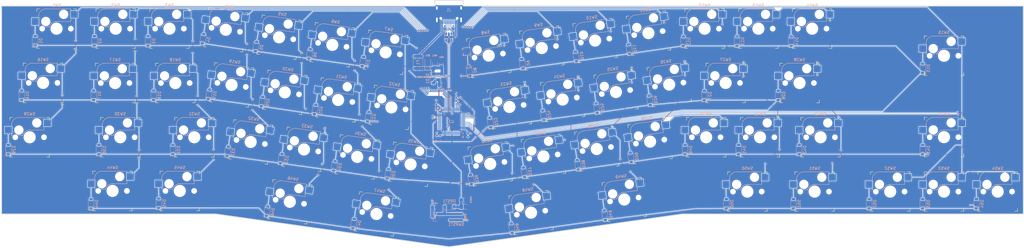
<source format=kicad_pcb>
(kicad_pcb (version 20210126) (generator pcbnew)
  (layers (0 "F.Cu" signal "Front") (1 "In1.Cu" signal) (2 "In2.Cu" signal) (31 "B.Cu" signal "Back") (34 "B.Paste" user) (35 "F.Paste" user) (36 "B.SilkS" user "B.Silkscreen") (37 "F.SilkS" user "F.Silkscreen") (38 "B.Mask" user) (39 "F.Mask" user) (44 "Edge.Cuts" user))
  (net 0 "")
  (net 1 "GND")
  (net 2 "+3V3")
  (net 3 "/BOOT0")
  (net 4 "/NRST")
  (net 5 "Net-(D42-Pad2)")
  (net 6 "+5V")
  (net 7 "COL12")
  (net 8 "Net-(DRST1-Pad2)")
  (net 9 "Net-(D15-Pad2)")
  (net 10 "ROW1")
  (net 11 "ROW2")
  (net 12 "/VBUS")
  (net 13 "Net-(J1-PadA5)")
  (net 14 "Net-(J1-PadB5)")
  (net 15 "COL0")
  (net 16 "COL1")
  (net 17 "COL2")
  (net 18 "COL3")
  (net 19 "COL4")
  (net 20 "COL5")
  (net 21 "COL6")
  (net 22 "COL7")
  (net 23 "COL8")
  (net 24 "COL9")
  (net 25 "COL10")
  (net 26 "COL11")
  (net 27 "/D-BUS")
  (net 28 "/D+BUS")
  (net 29 "/D+")
  (net 30 "/D-")
  (net 31 "Net-(D1-Pad2)")
  (net 32 "Net-(D2-Pad2)")
  (net 33 "Net-(D3-Pad2)")
  (net 34 "Net-(D4-Pad2)")
  (net 35 "Net-(D5-Pad2)")
  (net 36 "Net-(D6-Pad2)")
  (net 37 "Net-(D7-Pad2)")
  (net 38 "Net-(D8-Pad2)")
  (net 39 "Net-(D9-Pad2)")
  (net 40 "Net-(D10-Pad2)")
  (net 41 "Net-(D11-Pad2)")
  (net 42 "Net-(D12-Pad2)")
  (net 43 "Net-(D13-Pad2)")
  (net 44 "Net-(D14-Pad2)")
  (net 45 "ROW0")
  (net 46 "Net-(D16-Pad2)")
  (net 47 "Net-(D17-Pad2)")
  (net 48 "Net-(D18-Pad2)")
  (net 49 "Net-(D19-Pad2)")
  (net 50 "Net-(D20-Pad2)")
  (net 51 "Net-(D21-Pad2)")
  (net 52 "Net-(D22-Pad2)")
  (net 53 "Net-(D23-Pad2)")
  (net 54 "Net-(D24-Pad2)")
  (net 55 "Net-(D25-Pad2)")
  (net 56 "Net-(D26-Pad2)")
  (net 57 "Net-(D27-Pad2)")
  (net 58 "Net-(D28-Pad2)")
  (net 59 "Net-(D29-Pad2)")
  (net 60 "Net-(D30-Pad2)")
  (net 61 "Net-(D31-Pad2)")
  (net 62 "Net-(D32-Pad2)")
  (net 63 "Net-(D33-Pad2)")
  (net 64 "Net-(D34-Pad2)")
  (net 65 "Net-(D35-Pad2)")
  (net 66 "Net-(D36-Pad2)")
  (net 67 "Net-(D37-Pad2)")
  (net 68 "Net-(D38-Pad2)")
  (net 69 "Net-(D39-Pad2)")
  (net 70 "Net-(D40-Pad2)")
  (net 71 "Net-(D41-Pad2)")
  (net 72 "Net-(D43-Pad2)")
  (net 73 "Net-(D44-Pad2)")
  (net 74 "Net-(D45-Pad2)")
  (net 75 "Net-(D46-Pad2)")
  (net 76 "Net-(D47-Pad2)")
  (net 77 "Net-(D48-Pad2)")
  (net 78 "Net-(D49-Pad2)")
  (net 79 "Net-(D50-Pad2)")
  (net 80 "Net-(D51-Pad2)")
  (net 81 "Net-(D52-Pad2)")
  (net 82 "Net-(D53-Pad2)")
  (net 83 "ROW3")
  (net 101 "Net-(D54-Pad2)")
  (net 102 "COL13")
  (footprint "keyswitches:Kailh_socket_MX" (layer "F.Cu") (at 280.9748 138.2268 -8)
    (fp_text reference "SW35")
    (fp_text value "MXSwitch")
  )
  (footprint "keyswitches:Kailh_socket_MX" (layer "F.Cu") (at 323.6468 155.3464 8)
    (fp_text reference "SW48")
    (fp_text value "MXSwitch")
  )
  (footprint "keyswitches:Kailh_socket_MX" (layer "F.Cu") (at 469.9 128.5875)
    (fp_text reference "SW43")
    (fp_text value "MXSwitch")
  )
  (footprint "keyswitches:Kailh_socket_MX" (layer "F.Cu") (at 346.9132 132.7912 8)
    (fp_text reference "SW38")
    (fp_text value "MXSwitch")
  )
  (footprint "keyswitches:Kailh_socket_MX" (layer "F.Cu") (at 309.186362 138.0744 8)
    (fp_text reference "SW36")
    (fp_text value "MXSwitch")
  )
  (footprint "keyswitches:Kailh_socket_MX" (layer "F.Cu") (at 217.5764 110.0836 -8)
    (fp_text reference "SW19")
    (fp_text value "MXSwitch")
  )
  (footprint "keyswitches:Kailh_socket_MX" (layer "F.Cu") (at 356.6668 150.6728 8)
    (fp_text reference "SW49")
    (fp_text value "MXSwitch")
  )
  (footprint "keyswitches:Kailh_socket_MX" (layer "F.Cu") (at 262.0772 135.5852 -8)
    (fp_text reference "SW34")
    (fp_text value "MXSwitch")
  )
  (footprint "keyswitches:Kailh_socket_MX" (layer "F.Cu") (at 236.4232 112.7252 -8)
    (fp_text reference "SW20")
    (fp_text value "MXSwitch")
  )
  (footprint "keyswitches:Kailh_socket_MX" (layer "F.Cu") (at 353.71875 112.6125 8)
    (fp_text reference "SW25")
    (fp_text value "MXSwitch")
  )
  (footprint "keyswitches:Kailh_socket_MX" (layer "F.Cu") (at 176.53 90.17)
    (fp_text reference "SW2")
    (fp_text value "MXSwitch")
  )
  (footprint "keyswitches:Kailh_socket_MX" (layer "F.Cu") (at 334.825 115.26875 8)
    (fp_text reference "SW24")
    (fp_text value "MXSwitch")
  )
  (footprint "keyswitches:Kailh_socket_MX" (layer "F.Cu") (at 365.8108 130.175 8)
    (fp_text reference "SW39")
    (fp_text value "MXSwitch")
  )
  (footprint "keyswitches:Kailh_socket_MX" (layer "F.Cu") (at 418.7444 109.4232)
    (fp_text reference "SW28")
    (fp_text value "MXSwitch")
  )
  (footprint "keyswitches:Kailh_socket_MX" (layer "F.Cu") (at 426.1866 128.6256)
    (fp_text reference "SW42")
    (fp_text value "MXSwitch")
  )
  (footprint "keyswitches:Kailh_socket_MX" (layer "F.Cu") (at 392.5625 109.3875)
    (fp_text reference "SW27")
    (fp_text value "MXSwitch")
  )
  (footprint "keyswitches:Kailh_socket_MX" (layer "F.Cu") (at 488.9246 147.8788)
    (fp_text reference "SW54")
    (fp_text value "MXSwitch")
  )
  (footprint "keyswitches:Kailh_socket_MX" (layer "F.Cu") (at 146.05 128.6256)
    (fp_text reference "SW29")
    (fp_text value "MXSwitch")
  )
  (footprint "keyswitches:Kailh_socket_MX" (layer "F.Cu") (at 346.321162 94.3864 8)
    (fp_text reference "SW10")
    (fp_text value "MXSwitch")
  )
  (footprint "keyswitches:Kailh_socket_MX" (layer "F.Cu") (at 178.1556 128.6256)
    (fp_text reference "SW30")
    (fp_text value "MXSwitch")
  )
  (footprint "keyswitches:Kailh_socket_MX" (layer "F.Cu") (at 176.3268 109.4232)
    (fp_text reference "SW17")
    (fp_text value "MXSwitch")
  )
  (footprint "keyswitches:Kailh_socket_MX" (layer "F.Cu") (at 385.6736 128.6256)
    (fp_text reference "SW40")
    (fp_text value "MXSwitch")
  )
  (footprint "keyswitches:Kailh_socket_MX" (layer "F.Cu") (at 372.575 109.96875 8)
    (fp_text reference "SW26")
    (fp_text value "MXSwitch")
  )
  (footprint "keyswitches:Kailh_socket_MX" (layer "F.Cu") (at 272.136962 98.552 -8)
    (fp_text reference "SW7")
    (fp_text value "MXSwitch")
  )
  (footprint "keyswitches:Kailh_socket_MX" (layer "F.Cu") (at 469.9 99.7712)
    (fp_text reference "SW15")
    (fp_text value "MXSwitch")
  )
  (footprint "keyswitches:Kailh_socket_MX" (layer "F.Cu") (at 400.2532 147.8788)
    (fp_text reference "SW50")
    (fp_text value "MXSwitch")
  )
  (footprint "keyswitches:Kailh_socket_MX" (layer "F.Cu") (at 199.23125 147.6375)
    (fp_text reference "SW45")
    (fp_text value "MXSwitch")
  )
  (footprint "keyswitches:Kailh_socket_MX" (layer "F.Cu") (at 404.1648 90.17)
    (fp_text reference "SW13")
    (fp_text value "MXSwitch")
  )
  (footprint "keyswitches:Kailh_socket_MX" (layer "F.Cu") (at 234.400672 93.218 -8)
    (fp_text reference "SW5")
    (fp_text value "MXSwitch")
  )
  (footprint "keyswitches:Kailh_socket_MX" (layer "F.Cu") (at 423.2148 90.17)
    (fp_text reference "SW14")
    (fp_text value "MXSwitch")
  )
  (footprint "keyswitches:Kailh_socket_MX" (layer "F.Cu") (at 308.652962 99.695 8)
    (fp_text reference "SW8")
    (fp_text value "MXSwitch")
  )
  (footprint "keyswitches:Kailh_socket_MX" (layer "F.Cu") (at 175.41875 147.6375)
    (fp_text reference "SW44")
    (fp_text value "MXSwitch")
  )
  (footprint "keyswitches:Kailh_socket_MX" (layer "F.Cu") (at 204.3684 128.6256)
    (fp_text reference "SW31")
    (fp_text value "MXSwitch")
  )
  (footprint "keyswitches:Kailh_socket_MX" (layer "F.Cu") (at 327.448962 97.028 8)
    (fp_text reference "SW9")
    (fp_text value "MXSwitch")
  )
  (footprint "keyswitches:Kailh_socket_MX" (layer "F.Cu") (at 365.218762 91.7448 8)
    (fp_text reference "SW11")
    (fp_text value "MXSwitch")
  )
  (footprint "keyswitches:Kailh_socket_MX" (layer "F.Cu") (at 385.1148 90.17)
    (fp_text reference "SW12")
    (fp_text value "MXSwitch")
  )
  (footprint "keyswitches:Kailh_socket_MX" (layer "F.Cu") (at 255.319438 115.421801 -8)
    (fp_text reference "SW21")
    (fp_text value "MXSwitch")
  )
  (footprint "keyswitches:Kailh_socket_MX" (layer "F.Cu") (at 238.2012 151.4856 -8)
    (fp_text reference "SW46")
    (fp_text value "MXSwitch")
  )
  (footprint "keyswitches:Kailh_socket_MX" (layer "F.Cu") (at 224.3328 130.302 -8)
    (fp_text reference "SW32")
    (fp_text value "MXSwitch")
  )
  (footprint "keyswitches:Kailh_socket_MX" (layer "F.Cu") (at 197.64375 109.4232)
    (fp_text reference "SW18")
    (fp_text value "MXSwitch")
  )
  (footprint "keyswitches:Kailh_socket_MX" (layer "F.Cu") (at 268.8844 155.8036 -8)
    (fp_text reference "SW47")
    (fp_text value "MXSwitch")
  )
  (footprint "keyswitches:Kailh_socket_MX" (layer "F.Cu") (at 253.253822 95.90793 -8)
    (fp_text reference "SW6")
    (fp_text value "MXSwitch")
  )
  (footprint "keyswitches:Kailh_socket_MX" (layer "F.Cu") (at 155.575 90.17)
    (fp_text reference "SW1")
    (fp_text value "MXSwitch")
  )
  (footprint "keyswitches:Kailh_socket_MX" (layer "F.Cu") (at 274.1676 118.0592 -8)
    (fp_text reference "SW22")
    (fp_text value "MXSwitch")
  )
  (footprint "keyswitches:Kailh_socket_MX" (layer "F.Cu") (at 150.8125 109.3724)
    (fp_text reference "SW16")
    (fp_text value "MXSwitch")
  )
  (footprint "keyswitches:Kailh_socket_MX" (layer "F.Cu") (at 195.58 90.17)
    (fp_text reference "SW3")
    (fp_text value "MXSwitch")
  )
  (footprint "keyswitches:Kailh_socket_MX" (layer "F.Cu") (at 243.2304 132.9436 -8)
    (fp_text reference "SW33")
    (fp_text value "MXSwitch")
  )
  (footprint "keyswitches:Kailh_socket_MX" (layer "F.Cu") (at 328.033162 135.4328 8)
    (fp_text reference "SW37")
    (fp_text value "MXSwitch")
  )
  (footprint "keyswitches:Kailh_socket_MX" (layer "F.Cu") (at 315.976421 117.885031 8)
    (fp_text reference "SW23")
    (fp_text value "MXSwitch")
  )
  (footprint "keyswitches:Kailh_socket_MX" (layer "F.Cu") (at 215.519 90.551 -8)
    (fp_text reference "SW4")
    (fp_text value "MXSwitch")
  )
  (footprint "keyswitches:Kailh_socket_MX" (layer "F.Cu") (at 469.9 147.8788)
    (fp_text reference "SW53")
    (fp_text value "MXSwitch")
  )
  (footprint "keyswitches:Kailh_socket_MX" (layer "F.Cu") (at 404.749 128.6256)
    (fp_text reference "SW41")
    (fp_text value "MXSwitch")
  )
  (footprint "keyswitches:Kailh_socket_MX" (layer "F.Cu") (at 450.85 147.8788)
    (fp_text reference "SW52")
    (fp_text value "MXSwitch")
  )
  (footprint "keyswitches:Kailh_socket_MX" (layer "F.Cu") (at 424.0784 147.8788)
    (fp_text reference "SW51")
    (fp_text value "MXSwitch")
  )
  (footprint "Diode_SMD:D_SOD-123" (layer "B.Cu") (at 273 141.6 82)
    (fp_text reference "D35")
    (fp_text value "1N4148")
  )
  (footprint "Diode_SMD:D_SOD-123" (layer "B.Cu") (at 226.25 96.5 82)
    (fp_text reference "D5")
    (fp_text value "1N4148")
  )
  (footprint "Diode_SMD:D_SOD-123" (layer "B.Cu") (at 415.8 94.6 90)
    (fp_text reference "D14")
    (fp_text value "1N4148")
  )
  (footprint "Diode_SMD:D_SOD-123" (layer "B.Cu") (at 216.2 133.6 82)
    (fp_text reference "D32")
    (fp_text value "1N4148")
  )
  (footprint "Diode_SMD:D_SOD-123" (layer "B.Cu") (at 148 94.45625 90)
    (fp_text reference "D1")
    (fp_text value "1N4148")
  )
  (footprint "Diode_SMD:D_SOD-123" (layer "B.Cu") (at 260.8 159.2 82)
    (fp_text reference "D47")
    (fp_text value "1N4148")
  )
  (footprint "Diode_SMD:D_SOD-123" (layer "B.Cu") (at 167.8 152.2 90)
    (fp_text reference "D44")
    (fp_text value "1N4148")
  )
  (footprint "Capacitor_SMD:C_0805_2012Metric_Pad1.15x1.40mm_HandSolder" (layer "B.Cu") (at 291.87275 102.6125 90)
    (fp_text reference "CSI1")
    (fp_text value "10uF")
  )
  (footprint "Diode_SMD:D_SOD-123" (layer "B.Cu") (at 294.675 153.25 180)
    (fp_text reference "DRST1")
    (fp_text value "1N4148")
  )
  (footprint "Diode_SMD:D_SOD-123" (layer "B.Cu") (at 228.4 116 82)
    (fp_text reference "D20")
    (fp_text value "1N4148")
  )
  (footprint "Diode_SMD:D_SOD-123" (layer "B.Cu") (at 462.4 152.2 90)
    (fp_text reference "D53")
    (fp_text value "1N4148")
  )
  (footprint "Diode_SMD:D_SOD-123" (layer "B.Cu") (at 320.6 102.6 98)
    (fp_text reference "D9")
    (fp_text value "1N4148")
  )
  (footprint "Diode_SMD:D_SOD-123" (layer "B.Cu") (at 385.05 113.85 90)
    (fp_text reference "D27")
    (fp_text value "1N4148")
  )
  (footprint "Diode_SMD:D_SOD-123" (layer "B.Cu") (at 418.6 133 90)
    (fp_text reference "D42")
    (fp_text value "1N4148")
  )
  (footprint "Diode_SMD:D_SOD-123" (layer "B.Cu") (at 196.8 133 90)
    (fp_text reference "D31")
    (fp_text value "1N4148")
  )
  (footprint "Diode_SMD:D_SOD-123" (layer "B.Cu") (at 302.4 143.6 98)
    (fp_text reference "D36")
    (fp_text value "1N4148")
  )
  (footprint "Diode_SMD:D_SOD-123" (layer "B.Cu") (at 321.2 141 98)
    (fp_text reference "D37")
    (fp_text value "1N4148")
  )
  (footprint "Diode_SMD:D_SOD-123" (layer "B.Cu") (at 254 138.8 82)
    (fp_text reference "D34")
    (fp_text value "1N4148")
  )
  (footprint "Diode_SMD:D_SOD-123" (layer "B.Cu") (at 245.2 99.125 82)
    (fp_text reference "D6")
    (fp_text value "1N4148")
  )
  (footprint "Diode_SMD:D_SOD-123" (layer "B.Cu") (at 411.2 113.8 90)
    (fp_text reference "D28")
    (fp_text value "1N4148")
  )
  (footprint "Diode_SMD:D_SOD-123" (layer "B.Cu") (at 396.6 94.6 90)
    (fp_text reference "D13")
    (fp_text value "1N4148")
  )
  (footprint "Diode_SMD:D_SOD-123" (layer "B.Cu") (at 462.4 104.2 90)
    (fp_text reference "D15")
    (fp_text value "1N4148")
  )
  (footprint "Diode_SMD:D_SOD-123" (layer "B.Cu") (at 378.2 133 90)
    (fp_text reference "D40")
    (fp_text value "1N4148")
  )
  (footprint "Capacitor_SMD:C_0805_2012Metric_Pad1.15x1.40mm_HandSolder" (layer "B.Cu") (at 289.725 153.45 180)
    (fp_text reference "CRST1")
    (fp_text value "4.7nF")
  )
  (footprint "Diode_SMD:D_SOD-123" (layer "B.Cu") (at 143.25 113.75 90)
    (fp_text reference "D16")
    (fp_text value "1N4148")
  )
  (footprint "Resistor_SMD:R_1206_3216Metric" (layer "B.Cu") (at 289.58675 102.6125 90)
    (fp_text reference "RF1")
    (fp_text value "10k")
  )
  (footprint "acheron_Connectors:TYPE-C-31-M-12" (layer "B.Cu") (at 294.575 88.5475)
    (fp_text reference "J1")
    (fp_text value "TYPE-C-31-M12_13")
  )
  (footprint "Diode_SMD:D_SOD-123" (layer "B.Cu") (at 339.6 100 98)
    (fp_text reference "D10")
    (fp_text value "1N4148")
  )
  (footprint "Diode_SMD:D_SOD-123" (layer "B.Cu") (at 169 94.5 90)
    (fp_text reference "D2")
    (fp_text value "1N4148")
  )
  (footprint "Package_TO_SOT_SMD:SOT-23-6" (layer "B.Cu") (at 294.525 93.175 90)
    (fp_text reference "U2")
    (fp_text value "USBLC6-2SC6")
  )
  (footprint "Capacitor_SMD:C_0402_1005Metric" (layer "B.Cu") (at 290.275 128.625 -90)
    (fp_text reference "C3")
    (fp_text value "100nF")
  )
  (footprint "Capacitor_SMD:C_0402_1005Metric" (layer "B.Cu") (at 296.635 115.8285)
    (fp_text reference "C6")
    (fp_text value "10n")
  )
  (footprint "acheron_Components:LQFP-48_7x7mm_P0.5mm" (layer "B.Cu") (at 295.425 123.05 -90)
    (fp_text reference "U3")
    (fp_text value "STM32F072-LQFP48")
  )
  (footprint "Diode_SMD:D_SOD-123" (layer "B.Cu") (at 346.9 118.3 98)
    (fp_text reference "D25")
    (fp_text value "1N4148")
  )
  (footprint "Diode_SMD:D_SOD-123" (layer "B.Cu") (at 365.7 115.525 98)
    (fp_text reference "D26")
    (fp_text value "1N4148")
  )
  (footprint "Diode_SMD:D_SOD-123" (layer "B.Cu") (at 377.6 94.6 90)
    (fp_text reference "D12")
    (fp_text value "1N4148")
  )
  (footprint "Diode_SMD:D_SOD-123" (layer "B.Cu") (at 288.96775 107.8545 -90)
    (fp_text reference "DLD1")
    (fp_text value "1N4007")
  )
  (footprint "Diode_SMD:D_SOD-123" (layer "B.Cu") (at 266 121.4 82)
    (fp_text reference "D22")
    (fp_text value "1N4148")
  )
  (footprint "Capacitor_SMD:C_0402_1005Metric" (layer "B.Cu") (at 291.45 128.625 -90)
    (fp_text reference "C4")
    (fp_text value "4.7uF")
  )
  (footprint "Diode_SMD:D_SOD-123" (layer "B.Cu") (at 170.6 133 90)
    (fp_text reference "D30")
    (fp_text value "1N4148")
  )
  (footprint "Diode_SMD:D_SOD-123" (layer "B.Cu") (at 235.2 136.2 82)
    (fp_text reference "D33")
    (fp_text value "1N4148")
  )
  (footprint "Diode_SMD:D_SOD-123" (layer "B.Cu") (at 209.6 113.4 82)
    (fp_text reference "D19")
    (fp_text value "1N4148")
  )
  (footprint "Capacitor_SMD:C_0805_2012Metric_Pad1.15x1.40mm_HandSolder" (layer "B.Cu") (at 299.95 150.825)
    (fp_text reference "CRST2")
    (fp_text value "10uF")
  )
  (footprint "Diode_SMD:D_SOD-123" (layer "B.Cu") (at 247.2 118.8 82)
    (fp_text reference "D21")
    (fp_text value "1N4148")
  )
  (footprint "Capacitor_SMD:C_0402_1005Metric" (layer "B.Cu") (at 289.55 118.275 180)
    (fp_text reference "C1")
    (fp_text value "100nF")
  )
  (footprint "Diode_SMD:D_SOD-123" (layer "B.Cu") (at 264.1 101.8 82)
    (fp_text reference "D7")
    (fp_text value "1N4148")
  )
  (footprint "Diode_SMD:D_SOD-123" (layer "B.Cu") (at 207.5 93.75 82)
    (fp_text reference "D4")
    (fp_text value "1N4148")
  )
  (footprint "Capacitor_SMD:C_0402_1005Metric" (layer "B.Cu") (at 296.635 114.6855)
    (fp_text reference "C5")
    (fp_text value "1uF")
  )
  (footprint "Diode_SMD:D_SOD-123" (layer "B.Cu") (at 328.05 120.825 98)
    (fp_text reference "D24")
    (fp_text value "1N4148")
  )
  (footprint "Resistor_SMD:R_1206_3216Metric" (layer "B.Cu") (at 300.4 153.25)
    (fp_text reference "RRST1")
    (fp_text value "100k")
  )
  (footprint "Capacitor_SMD:C_0805_2012Metric_Pad1.15x1.40mm_HandSolder" (layer "B.Cu") (at 292.14275 110.1405)
    (fp_text reference "CS1")
    (fp_text value "1uF")
  )
  (footprint "Capacitor_SMD:C_0402_1005Metric" (layer "B.Cu") (at 300.825 127.322)
    (fp_text reference "C7")
    (fp_text value "100nF")
  )
  (footprint "Diode_SMD:D_SOD-123" (layer "B.Cu") (at 359 135.73125 98)
    (fp_text reference "D39")
    (fp_text value "1N4148")
  )
  (footprint "Package_TO_SOT_SMD:SOT-23" (layer "B.Cu") (at 292.08175 107.2195 90)
    (fp_text reference "U1")
    (fp_text value "MCP1700-3302E_SOT23")
  )
  (footprint "Diode_SMD:D_SOD-123" (layer "B.Cu") (at 481.4 152.2 90)
    (fp_text reference "D54")
    (fp_text value "1N4148")
  )
  (footprint "Diode_SMD:D_SOD-123" (layer "B.Cu") (at 168.75 113.75 90)
    (fp_text reference "D17")
    (fp_text value "1N4148")
  )
  (footprint "Resistor_SMD:R_0402_1005Metric" (layer "B.Cu") (at 293.116 89.789 -90)
    (fp_text reference "R1")
    (fp_text value "5.1k")
  )
  (footprint "Diode_SMD:D_SOD-123" (layer "B.Cu") (at 287.04675 102.5891 90)
    (fp_text reference "DF1")
    (fp_text value "RB060M-60")
  )
  (footprint "Diode_SMD:D_SOD-123" (layer "B.Cu") (at 316.8 160.8 98)
    (fp_text reference "D48")
    (fp_text value "1N4148")
  )
  (footprint "Diode_SMD:D_SOD-123" (layer "B.Cu") (at 230.2 154.8 82)
    (fp_text reference "D46")
    (fp_text value "1N4148")
  )
  (footprint "acheron_Components:Fuse_1812_4532" (layer "B.Cu") (at 283.61775 102.1045 -90)
    (fp_text reference "F1")
    (fp_text value "mSMD110-16V")
  )
  (footprint "Diode_SMD:D_SOD-123" (layer "B.Cu") (at 349.8 156.2 98)
    (fp_text reference "D49")
    (fp_text value "1N4148")
  )
  (footprint "Package_TO_SOT_SMD:SOT-23" (layer "B.Cu") (at 289.725 156.775 180)
    (fp_text reference "QRST1")
    (fp_text value "DTC123J")
  )
  (footprint "Diode_SMD:D_SOD-123" (layer "B.Cu") (at 190 113.75 90)
    (fp_text reference "D18")
    (fp_text value "1N4148")
  )
  (footprint "Diode_SMD:D_SOD-123" (layer "B.Cu") (at 443.4 152.2 90)
    (fp_text reference "D52")
    (fp_text value "1N4148")
  )
  (footprint "Button_Switch_SMD:SW_Push_1P1T_NO_Vertical_Wuerth_434133025816" (layer "B.Cu") (at 297.02 156.9)
    (fp_text reference "SWRST1")
    (fp_text value "SW_Push")
  )
  (footprint "Diode_SMD:D_SOD-123" (layer "B.Cu") (at 191.8 152 90)
    (fp_text reference "D45")
    (fp_text value "1N4148")
  )
  (footprint "Diode_SMD:D_SOD-123" (layer "B.Cu") (at 340.2 138.4 98)
    (fp_text reference "D38")
    (fp_text value "1N4148")
  )
  (footprint "Diode_SMD:D_SOD-123" (layer "B.Cu") (at 462.4 133 90)
    (fp_text reference "D43")
    (fp_text value "1N4148")
  )
  (footprint "Diode_SMD:D_SOD-123" (layer "B.Cu") (at 309.257671 123.422531 98)
    (fp_text reference "D23")
    (fp_text value "1N4148")
  )
  (footprint "Diode_SMD:D_SOD-123" (layer "B.Cu") (at 416.6 152.2 90)
    (fp_text reference "D51")
    (fp_text value "1N4148")
  )
  (footprint "Diode_SMD:D_SOD-123" (layer "B.Cu") (at 301.8 105.2 98)
    (fp_text reference "D8")
    (fp_text value "1N4148")
  )
  (footprint "Diode_SMD:D_SOD-123" (layer "B.Cu") (at 138.5 133 90)
    (fp_text reference "D29")
    (fp_text value "1N4148")
  )
  (footprint "Capacitor_SMD:C_0402_1005Metric" (layer "B.Cu") (at 300.825 128.472)
    (fp_text reference "C8")
    (fp_text value "4.7uF")
  )
  (footprint "Resistor_SMD:R_0402_1005Metric" (layer "B.Cu") (at 296.164 89.789 -90)
    (fp_text reference "R2")
    (fp_text value "5.1k")
  )
  (footprint "Capacitor_SMD:C_0402_1005Metric" (layer "B.Cu") (at 289.55 117.1 180)
    (fp_text reference "C2")
    (fp_text value "100nF")
  )
  (footprint "Diode_SMD:D_SOD-123" (layer "B.Cu") (at 397.2 133 90)
    (fp_text reference "D41")
    (fp_text value "1N4148")
  )
  (footprint "Diode_SMD:D_SOD-123" (layer "B.Cu") (at 188 94.5 90)
    (fp_text reference "D3")
    (fp_text value "1N4148")
  )
  (footprint "Diode_SMD:D_SOD-123" (layer "B.Cu") (at 392.8 152.2 90)
    (fp_text reference "D50")
    (fp_text value "1N4148")
  )
  (footprint "Diode_SMD:D_SOD-123" (layer "B.Cu") (at 358.4 97.4 98)
    (fp_text reference "D11")
    (fp_text value "1N4148")
  )
  (gr_line (start 376.070211 82.116418) (end 497.0005 82.116418) (layer "Edge.Cuts") (width 0.2))
  (gr_line (start 212.049004 155.837568) (end 294.606715 167.433583) (layer "Edge.Cuts") (width 0.2))
  (gr_line (start 136.1005 115.042368) (end 136.1005 141.042368) (layer "Edge.Cuts") (width 0.2))
  (gr_line (start 136.1005 141.042368) (end 136.1005 155.837569) (layer "Edge.Cuts") (width 0.2))
  (gr_line (start 289.590199 80.116418) (end 289.590199 82.116418) (layer "Edge.Cuts") (width 0.2))
  (gr_line (start 294.590199 80.116418) (end 289.590199 80.116418) (layer "Edge.Cuts") (width 0.2))
  (gr_line (start 213.110187 82.116418) (end 155.625001 82.116418) (layer "Edge.Cuts") (width 0.2))
  (gr_line (start 155.625001 82.116418) (end 138.100001 82.116418) (layer "Edge.Cuts") (width 0.2))
  (gr_line (start 136.1005 115.042368) (end 136.1005 82.116418) (layer "Edge.Cuts") (width 0.2))
  (gr_line (start 299.590199 80.116418) (end 299.590199 82.116418) (layer "Edge.Cuts") (width 0.2))
  (gr_line (start 294.590199 80.116418) (end 299.590199 80.116418) (layer "Edge.Cuts") (width 0.2))
  (gr_line (start 299.590199 82.116418) (end 376.070211 82.116418) (layer "Edge.Cuts") (width 0.2))
  (gr_line (start 497.0005 155.839169) (end 497.999501 155.839169) (layer "Edge.Cuts") (width 0.2))
  (gr_line (start 497.999501 155.839169) (end 497.999501 153.042368) (layer "Edge.Cuts") (width 0.2))
  (gr_line (start 138.100001 155.837569) (end 212.049004 155.837568) (layer "Edge.Cuts") (width 0.2))
  (gr_line (start 136.1005 82.116418) (end 138.100001 82.116418) (layer "Edge.Cuts") (width 0.2))
  (gr_line (start 213.110187 82.116418) (end 289.590199 82.116418) (layer "Edge.Cuts") (width 0.2))
  (gr_line (start 497.999501 140.837168) (end 497.999501 82.116418) (layer "Edge.Cuts") (width 0.2))
  (gr_line (start 294.606715 167.433583) (end 377.111909 155.837568) (layer "Edge.Cuts") (width 0.2))
  (gr_line (start 136.1005 155.837569) (end 138.100001 155.837569) (layer "Edge.Cuts") (width 0.2))
  (gr_line (start 497.999501 82.116418) (end 497.0005 82.116418) (layer "Edge.Cuts") (width 0.2))
  (gr_line (start 497.999501 140.837168) (end 497.999501 153.042368) (layer "Edge.Cuts") (width 0.2))
  (gr_line (start 497.0005 155.839169) (end 377.111909 155.837568) (layer "Edge.Cuts") (width 0.2))
  (segment (start 290.035 126.71) (end 290.275 126.95) (width 0.254) (layer "F.Cu") (net 2))
  (segment (start 290.05 115.5) (end 290.05 119.0575) (width 0.254) (layer "F.Cu") (net 2))
  (segment (start 291 114.55) (end 290.05 115.5) (width 0.254) (layer "F.Cu") (net 2))
  (segment (start 301.22 157.96) (end 301.01 157.96) (width 0.1524) (layer "F.Cu") (net 2))
  (segment (start 303.375 123.975) (end 303.375 126.2) (width 0.254) (layer "F.Cu") (net 2))
  (segment (start 291 111.5) (end 291 114.55) (width 0.254) (layer "F.Cu") (net 2))
  (segment (start 291 111.5) (end 295.525 111.5) (width 0.254) (layer "F.Cu") (net 2))
  (segment (start 290.05 119.0575) (end 290.035 119.0725) (width 0.254) (layer "F.Cu") (net 2))
  (segment (start 290.035 119.0725) (end 290.035 126.71) (width 0.254) (layer "F.Cu") (net 2))
  (segment (start 303.375 126.2) (end 302.3 127.275) (width 0.254) (layer "F.Cu") (net 2))
  (segment (start 297.125 113.1) (end 297.2 113.1) (width 0.254) (layer "F.Cu") (net 2))
  (segment (start 302.3 156.88) (end 301.22 157.96) (width 0.1524) (layer "F.Cu") (net 2))
  (segment (start 297.2 113.1) (end 298.525 114.425) (width 0.254) (layer "F.Cu") (net 2))
  (segment (start 302.3 127.275) (end 302.3 156.88) (width 0.1524) (layer "F.Cu") (net 2))
  (segment (start 295.525 111.5) (end 297.125 113.1) (width 0.254) (layer "F.Cu") (net 2))
  (via (at 290.035 119.0725) (size 0.6) (drill 0.3) (layers "F.Cu" "B.Cu") (net 2))
  (via (at 302.3 127.275) (size 0.6) (drill 0.3) (layers "F.Cu" "B.Cu") (net 2))
  (via (at 297.125 113.1) (size 0.6) (drill 0.3) (layers "F.Cu" "B.Cu") (net 2))
  (via (at 301.01 157.96) (size 0.6) (drill 0.3) (layers "F.Cu" "B.Cu") (net 2))
  (via (at 303.375 123.975) (size 0.6) (drill 0.3) (layers "F.Cu" "B.Cu") (net 2))
  (via (at 290.05 115.5) (size 0.6) (drill 0.3) (layers "F.Cu" "B.Cu") (net 2))
  (via (at 290.275 126.95) (size 0.6) (drill 0.3) (layers "F.Cu" "B.Cu") (net 2))
  (via (at 291 111.5) (size 0.6) (drill 0.3) (layers "F.Cu" "B.Cu") (net 2))
  (via (at 298.525 114.425) (size 0.6) (drill 0.3) (layers "F.Cu" "B.Cu") (net 2))
  (segment (start 291.13175 108.2195) (end 290.25275 108.2195) (width 1.016) (layer "B.Cu") (net 2))
  (segment (start 291.2625 120.3) (end 291.035 120.3) (width 0.1524) (layer "B.Cu") (net 2))
  (segment (start 294.945 157.975) (end 299.095 157.975) (width 0.762) (layer "B.Cu") (net 2))
  (segment (start 290.05 117.085) (end 290.035 117.1) (width 0.254) (layer "B.Cu") (net 2))
  (segment (start 292.675 127.2125) (end 291.7475 128.14) (width 0.1524) (layer "B.Cu") (net 2))
  (segment (start 301.325 127.307) (end 301.31 127.322) (width 0.254) (layer "B.Cu") (net 2))
  (segment (start 303.515072 123.834928) (end 303.375 123.975) (width 0.254) (layer "B.Cu") (net 2))
  (segment (start 290.8875 117.1) (end 292.675 118.8875) (width 0.1524) (layer "B.Cu") (net 2))
  (segment (start 299.11 157.96) (end 299.095 157.975) (width 0.1524) (layer "B.Cu") (net 2))
  (segment (start 291.7475 128.14) (end 291.45 128.14) (width 0.1524) (layer "B.Cu") (net 2))
  (segment (start 296.91 116.0385) (end 297.12 115.8285) (width 0.1524) (layer "B.Cu") (net 2))
  (segment (start 292.675 127.2125) (end 292.6875 127.2125) (width 0.1524) (layer "B.Cu") (net 2))
  (segment (start 301.01 157.96) (end 299.11 157.96) (width 0.1524) (layer "B.Cu") (net 2))
  (segment (start 290.05 115.5) (end 290.05 117.085) (width 0.254) (layer "B.Cu") (net 2))
  (segment (start 291.13175 108.2195) (end 291.13175 110.1265) (width 1.016) (layer "B.Cu") (net 2))
  (segment (start 299.5875 125.8) (end 299.788 125.8) (width 0.1524) (layer "B.Cu") (net 2))
  (segment (start 301.357 127.275) (end 301.31 127.322) (width 0.254) (layer "B.Cu") (net 2))
  (segment (start 290.035 119.0725) (end 291.2625 120.3) (width 0.1524) (layer "B.Cu") (net 2))
  (segment (start 291.11775 110.1405) (end 291.11775 111.38225) (width 0.254) (layer "B.Cu") (net 2))
  (segment (start 290.275 126.95) (end 290.275 128.14) (width 0.254) (layer "B.Cu") (net 2))
  (segment (start 303.515072 119.415072) (end 303.515072 123.834928) (width 0.254) (layer "B.Cu") (net 2))
  (segment (start 301.31 126.785) (end 301.31 127.322) (width 0.254) (layer "B.Cu") (net 2))
  (segment (start 298.525 114.425) (end 303.515072 119.415072) (width 0.254) (layer "B.Cu") (net 2))
  (segment (start 297.125 114.6805) (end 297.12 114.6855) (width 0.254) (layer "B.Cu") (net 2))
  (segment (start 290.035 117.1) (end 290.8875 117.1) (width 0.1524) (layer "B.Cu") (net 2))
  (segment (start 292.699979 127.224979) (end 292.699979 127.460021) (width 0.1524) (layer "B.Cu") (net 2))
  (segment (start 300.325 125.8) (end 301.31 126.785) (width 0.254) (layer "B.Cu") (net 2))
  (segment (start 302.3 127.275) (end 301.357 127.275) (width 0.254) (layer "B.Cu") (net 2))
  (segment (start 292.6875 127.2125) (end 292.699979 127.224979) (width 0.1524) (layer "B.Cu") (net 2))
  (segment (start 297.12 115.8285) (end 296.675 116.2735) (width 0.1524) (layer "B.Cu") (net 2))
  (segment (start 290.25275 108.2195) (end 288.96775 109.5045) (width 1.016) (layer "B.Cu") (net 2))
  (segment (start 290.035 119.0725) (end 290.035 118.275) (width 0.1524) (layer "B.Cu") (net 2))
  (segment (start 299.5875 125.8) (end 300.325 125.8) (width 0.254) (layer "B.Cu") (net 2))
  (segment (start 301.31 127.322) (end 301.31 128.472) (width 0.1524) (layer "B.Cu") (net 2))
  (segment (start 297.12 115.8285) (end 297.12 114.6855) (width 0.1524) (layer "B.Cu") (net 2))
  (segment (start 291.11775 111.38225) (end 291 111.5) (width 0.254) (layer "B.Cu") (net 2))
  (segment (start 291.45 128.14) (end 290.275 128.14) (width 0.1524) (layer "B.Cu") (net 2))
  (segment (start 296.675 116.2735) (end 296.675 118.8875) (width 0.1524) (layer "B.Cu") (net 2))
  (segment (start 297.125 113.1) (end 297.125 114.6805) (width 0.254) (layer "B.Cu") (net 2))
  (segment (start 296.325 153.25) (end 298.9125 153.25) (width 1.016) (layer "B.Cu") (net 3))
  (segment (start 298.9125 153.25) (end 298.9125 150.8375) (width 1.016) (layer "B.Cu") (net 3))
  (segment (start 288.95 130.75) (end 298.925 140.725) (width 0.1524) (layer "B.Cu") (net 3))
  (segment (start 298.925 140.725) (end 298.925 150.825) (width 0.1524) (layer "B.Cu") (net 3))
  (segment (start 288.95 123.875) (end 288.95 130.75) (width 0.1524) (layer "B.Cu") (net 3))
  (segment (start 298.9125 150.8375) (end 298.925 150.825) (width 1.016) (layer "B.Cu") (net 3))
  (segment (start 291.2625 122.3) (end 290.525 122.3) (width 0.1524) (layer "B.Cu") (net 3))
  (segment (start 290.525 122.3) (end 288.95 123.875) (width 0.1524) (layer "B.Cu") (net 3))
  (segment (start 295.675 120.35) (end 295.675 144.075) (width 0.254) (layer "F.Cu") (net 4))
  (segment (start 295.675 144.075) (end 288.7 151.05) (width 0.254) (layer "F.Cu") (net 4))
  (via (at 288.7 151.05) (size 0.6) (drill 0.3) (layers "F.Cu" "B.Cu") (net 4))
  (via (at 295.675 120.35) (size 0.6) (drill 0.3) (layers "F.Cu" "B.Cu") (net 4))
  (segment (start 288.7 151.05) (end 288.7 153.45) (width 0.254) (layer "B.Cu") (net 4))
  (segment (start 295.675 118.8875) (end 295.675 120.35) (width 0.254) (layer "B.Cu") (net 4))
  (segment (start 288.725 153.475) (end 288.7 153.45) (width 1.016) (layer "B.Cu") (net 4))
  (segment (start 288.725 156.775) (end 288.725 153.475) (width 1.016) (layer "B.Cu") (net 4))
  (segment (start 418.6266 126.0856) (end 418.6 131.35) (width 0.1524) (layer "B.Cu") (net 5))
  (segment (start 289.44765 104.2391) (end 289.58675 104.1) (width 1.016) (layer "B.Cu") (net 6))
  (segment (start 292.06675 106.2045) (end 292.08175 106.2195) (width 1.016) (layer "B.Cu") (net 6))
  (segment (start 289.58675 104.1) (end 290.08125 104.1) (width 0.508) (layer "B.Cu") (net 6))
  (segment (start 288.96775 106.2045) (end 292.06675 106.2045) (width 1.016) (layer "B.Cu") (net 6))
  (segment (start 292.08175 103.8465) (end 291.87275 103.6375) (width 1.016) (layer "B.Cu") (net 6))
  (segment (start 289.58675 104.1) (end 291.41025 104.1) (width 1.016) (layer "B.Cu") (net 6))
  (segment (start 291.41025 104.1) (end 291.87275 103.6375) (width 1.016) (layer "B.Cu") (net 6))
  (segment (start 292.08175 106.2195) (end 292.08175 103.8465) (width 1.016) (layer "B.Cu") (net 6))
  (segment (start 287.04385 104.242) (end 287.04675 104.2391) (width 1.016) (layer "B.Cu") (net 6))
  (segment (start 288.96775 104.719) (end 289.58675 104.1) (width 1.016) (layer "B.Cu") (net 6))
  (segment (start 288.96775 106.2045) (end 288.96775 104.719) (width 1.016) (layer "B.Cu") (net 6))
  (segment (start 283.61775 104.242) (end 287.04385 104.242) (width 1.016) (layer "B.Cu") (net 6))
  (segment (start 287.04675 104.2391) (end 289.44765 104.2391) (width 1.016) (layer "B.Cu") (net 6))
  (segment (start 429.525 97.625) (end 425 102.15) (width 0.1524) (layer "F.Cu") (net 7))
  (segment (start 300.160483 89.572018) (end 300.160483 114.522017) (width 0.1524) (layer "F.Cu") (net 7))
  (segment (start 300.160483 114.522017) (end 297.842449 116.840051) (width 0.1524) (layer "F.Cu") (net 7))
  (segment (start 425.05 113.96) (end 432.48 121.39) (width 0.1524) (layer "F.Cu") (net 7))
  (segment (start 429.525 87.225) (end 429.525 97.625) (width 0.1524) (layer "F.Cu") (net 7))
  (segment (start 433.4 133.2) (end 433.4 134.8) (width 0.1524) (layer "F.Cu") (net 7))
  (segment (start 425.05 106.58) (end 425.05 113.96) (width 0.1524) (layer "F.Cu") (net 7))
  (segment (start 433.4 134.8) (end 430.4 137.8) (width 0.1524) (layer "F.Cu") (net 7))
  (via (at 430.4 137.8) (size 0.6) (drill 0.3) (layers "F.Cu" "B.Cu") (net 7))
  (via (at 433.4 133.2) (size 0.6) (drill 0.3) (layers "F.Cu" "B.Cu") (net 7))
  (via (at 432.48 121.39) (size 0.6) (drill 0.3) (layers "F.Cu" "B.Cu") (net 7))
  (via (at 300.160483 89.572018) (size 0.6) (drill 0.3) (layers "F.Cu" "B.Cu") (net 7))
  (via (at 429.525 87.225) (size 0.6) (drill 0.3) (layers "F.Cu" "B.Cu") (net 7))
  (via (at 297.842449 116.840051) (size 0.6) (drill 0.3) (layers "F.Cu" "B.Cu") (net 7))
  (via (at 425 102.15) (size 0.6) (drill 0.3) (layers "F.Cu" "B.Cu") (net 7))
  (via (at 425.05 106.58) (size 0.6) (drill 0.3) (layers "F.Cu" "B.Cu") (net 7))
  (segment (start 317.47626 82.77982) (end 306.952681 82.77982) (width 0.1524) (layer "B.Cu") (net 7))
  (segment (start 427.2148 82.8) (end 429.5048 85.09) (width 0.1524) (layer "B.Cu") (net 7))
  (segment (start 375.275 82.77982) (end 317.47626 82.77982) (width 0.1524) (layer "B.Cu") (net 7))
  (segment (start 425.0344 106.5644) (end 425.05 106.58) (width 0.1524) (layer "B.Cu") (net 7))
  (segment (start 430.4 137.8) (end 430.4 142.7672) (width 0.1524) (layer "B.Cu") (net 7))
  (segment (start 432.48 123.5422) (end 432.4766 123.5456) (width 0.1524) (layer "B.Cu") (net 7))
  (segment (start 410.4548 85.09) (end 412.7448 82.8) (width 0.1524) (layer "B.Cu") (net 7))
  (segment (start 425 104.3088) (end 425.0344 104.3432) (width 0.1524) (layer "B.Cu") (net 7))
  (segment (start 425 102.15) (end 425 104.3088) (width 0.1524) (layer "B.Cu") (net 7))
  (segment (start 429.5048 87.2048) (end 429.525 87.225) (width 0.1524) (layer "B.Cu") (net 7))
  (segment (start 430.4 142.7672) (end 430.3684 142.7988) (width 0.1524) (layer "B.Cu") (net 7))
  (segment (start 306.952681 82.77982) (end 300.160483 89.572018) (width 0.1524) (layer "B.Cu") (net 7))
  (segment (start 429.5048 85.09) (end 429.5048 87.2048) (width 0.1524) (layer "B.Cu") (net 7))
  (segment (start 409.47982 82.77982) (end 375.275 82.77982) (width 0.1524) (layer "B.Cu") (net 7))
  (segment (start 412.7448 82.8) (end 427.2148 82.8) (width 0.1524) (layer "B.Cu") (net 7))
  (segment (start 297.675 117.0075) (end 297.842449 116.840051) (width 0.254) (layer "B.Cu") (net 7))
  (segment (start 410.4548 83.7548) (end 409.47982 82.77982) (width 0.1524) (layer "B.Cu") (net 7))
  (segment (start 297.675 118.8875) (end 297.675 117.0075) (width 0.254) (layer "B.Cu") (net 7))
  (segment (start 432.48 121.39) (end 432.48 123.5422) (width 0.1524) (layer "B.Cu") (net 7))
  (segment (start 410.4548 85.09) (end 410.4548 83.7548) (width 0.1524) (layer "B.Cu") (net 7))
  (segment (start 433.4 124.469) (end 433.4 133.2) (width 0.1524) (layer "B.Cu") (net 7))
  (segment (start 425.0344 104.3432) (end 425.0344 106.5644) (width 0.1524) (layer "B.Cu") (net 7))
  (segment (start 429.5048 85.09) (end 430.2 85.7852) (width 0.1524) (layer "B.Cu") (net 7))
  (segment (start 432.4766 123.5456) (end 433.4 124.469) (width 0.1524) (layer "B.Cu") (net 7))
  (segment (start 293.05 155.825) (end 290.725 155.825) (width 1.016) (layer "B.Cu") (net 8))
  (segment (start 294.945 155.825) (end 299.07 155.825) (width 0.762) (layer "B.Cu") (net 8))
  (segment (start 294.945 155.825) (end 293.05 155.825) (width 0.762) (layer "B.Cu") (net 8))
  (segment (start 293.05 155.825) (end 293.05 153.275) (width 1.016) (layer "B.Cu") (net 8))
  (segment (start 293.05 153.275) (end 293.025 153.25) (width 1.016) (layer "B.Cu") (net 8))
  (segment (start 462.34 97.2312) (end 462.4 102.55) (width 0.1524) (layer "B.Cu") (net 9))
  (segment (start 269.25 123.05) (end 282.59375 123.05) (width 0.1524) (layer "F.Cu") (net 10))
  (segment (start 282.59375 123.05) (end 289.71875 130.175) (width 0.1524) (layer "F.Cu") (net 10))
  (segment (start 304.00625 128.5875) (end 306.01875 126.575) (width 0.1524) (layer "F.Cu") (net 10))
  (segment (start 306.01875 126.575) (end 306.55 126.575) (width 0.1524) (layer "F.Cu") (net 10))
  (via (at 289.71875 130.175) (size 0.6) (drill 0.3) (layers "F.Cu" "B.Cu") (net 10))
  (via (at 304.00625 128.5875) (size 0.6) (drill 0.3) (layers "F.Cu" "B.Cu") (net 10))
  (via (at 269.25 123.05) (size 0.6) (drill 0.3) (layers "F.Cu" "B.Cu") (net 10))
  (via (at 306.55 126.575) (size 0.6) (drill 0.3) (layers "F.Cu" "B.Cu") (net 10))
  (segment (start 309.24378 125.3) (end 309.487307 125.056473) (width 0.1524) (layer "B.Cu") (net 10))
  (segment (start 410.99 115.45) (end 411.2 115.45) (width 0.1524) (layer "B.Cu") (net 10))
  (segment (start 307.17 128.67) (end 377.56 118.99) (width 0.1524) (layer "B.Cu") (net 10))
  (segment (start 190 115.4) (end 209.004306 115.4) (width 0.1524) (layer "B.Cu") (net 10))
  (segment (start 289.71875 130.175) (end 302.41875 130.175) (width 0.1524) (layer "B.Cu") (net 10))
  (segment (start 411 115.65) (end 411.2 115.45) (width 0.1524) (layer "B.Cu") (net 10))
  (segment (start 347.129636 119.933942) (end 365.929636 117.158942) (width 0.1524) (layer "B.Cu") (net 10))
  (segment (start 301.8 123.3) (end 307.17 128.67) (width 0.1524) (layer "B.Cu") (net 10))
  (segment (start 168.75 115.4) (end 190 115.4) (width 0.1524) (layer "B.Cu") (net 10))
  (segment (start 365.929636 117.158942) (end 385.05 115.5) (width 0.1524) (layer "B.Cu") (net 10))
  (segment (start 209.004306 115.4) (end 209.370364 115.033942) (width 0.1524) (layer "B.Cu") (net 10))
  (segment (start 377.56 118.99) (end 407.45 118.99) (width 0.1524) (layer "B.Cu") (net 10))
  (segment (start 328.279636 122.458942) (end 347.129636 119.933942) (width 0.1524) (layer "B.Cu") (net 10))
  (segment (start 209.370364 115.033942) (end 228.170364 117.633942) (width 0.1524) (layer "B.Cu") (net 10))
  (segment (start 309.06878 125.475) (end 309.487307 125.056473) (width 0.1524) (layer "B.Cu") (net 10))
  (segment (start 228.170364 117.633942) (end 246.970364 120.433942) (width 0.1524) (layer "B.Cu") (net 10))
  (segment (start 308.068527 125.056473) (end 306.55 126.575) (width 0.254) (layer "B.Cu") (net 10))
  (segment (start 309.487307 125.056473) (end 328.279636 122.458942) (width 0.1524) (layer "B.Cu") (net 10))
  (segment (start 143.25 115.4) (end 168.75 115.4) (width 0.1524) (layer "B.Cu") (net 10))
  (segment (start 299.5875 123.3) (end 301.8 123.3) (width 0.1524) (layer "B.Cu") (net 10))
  (segment (start 265.770364 123.033942) (end 269.233942 123.033942) (width 0.254) (layer "B.Cu") (net 10))
  (segment (start 407.45 118.99) (end 410.99 115.45) (width 0.1524) (layer "B.Cu") (net 10))
  (segment (start 246.970364 120.433942) (end 265.770364 123.033942) (width 0.1524) (layer "B.Cu") (net 10))
  (segment (start 269.233942 123.033942) (end 269.25 123.05) (width 0.254) (layer "B.Cu") (net 10))
  (segment (start 302.41875 130.175) (end 304.00625 128.5875) (width 0.1524) (layer "B.Cu") (net 10))
  (segment (start 309.487307 125.056473) (end 308.068527 125.056473) (width 0.254) (layer "B.Cu") (net 10))
  (segment (start 385.05 115.5) (end 411.2 115.45) (width 0.1524) (layer "B.Cu") (net 10))
  (segment (start 473.67 134.69) (end 464.25 134.69) (width 0.1524) (layer "F.Cu") (net 11))
  (segment (start 298.1 144.93) (end 300.75 145.18) (width 0.1524) (layer "F.Cu") (net 11))
  (segment (start 478.62 129.74) (end 473.67 134.69) (width 0.1524) (layer "F.Cu") (net 11))
  (segment (start 474.91 120.44) (end 478.62 120.44) (width 0.1524) (layer "F.Cu") (net 11))
  (segment (start 478.62 120.44) (end 478.62 129.74) (width 0.1524) (layer "F.Cu") (net 11))
  (via (at 298.1 144.93) (size 0.6) (drill 0.3) (layers "F.Cu" "B.Cu") (net 11))
  (via (at 300.75 145.18) (size 0.6) (drill 0.3) (layers "F.Cu" "B.Cu") (net 11))
  (via (at 474.91 120.44) (size 0.6) (drill 0.3) (layers "F.Cu" "B.Cu") (net 11))
  (via (at 464.25 134.69) (size 0.6) (drill 0.3) (layers "F.Cu" "B.Cu") (net 11))
  (segment (start 359.229636 137.365192) (end 378.2 134.65) (width 0.1524) (layer "B.Cu") (net 11))
  (segment (start 474.88 120.47) (end 474.91 120.44) (width 0.1524) (layer "B.Cu") (net 11))
  (segment (start 321.429636 142.633942) (end 340.429636 140.033942) (width 0.1524) (layer "B.Cu") (net 11))
  (segment (start 215.386422 134.65) (end 215.970364 135.233942) (width 0.1524) (layer "B.Cu") (net 11))
  (segment (start 464.21 134.65) (end 464.25 134.69) (width 0.1524) (layer "B.Cu") (net 11))
  (segment (start 300.75 145.18) (end 302.629636 145.233942) (width 0.1524) (layer "B.Cu") (net 11))
  (segment (start 418.6 134.65) (end 397.2 134.65) (width 0.1524) (layer "B.Cu") (net 11))
  (segment (start 462.4 134.65) (end 464.21 134.65) (width 0.1524) (layer "B.Cu") (net 11))
  (segment (start 234.970364 137.833942) (end 253.770364 140.433942) (width 0.1524) (layer "B.Cu") (net 11))
  (segment (start 253.770364 140.433942) (end 272.770364 143.233942) (width 0.1524) (layer "B.Cu") (net 11))
  (segment (start 302.629636 145.233942) (end 321.429636 142.633942) (width 0.1524) (layer "B.Cu") (net 11))
  (segment (start 378.08 120.47) (end 434.34 120.47) (width 0.1524) (layer "B.Cu") (net 11))
  (segment (start 301.65 124.8) (end 306.71 129.86) (width 0.1524) (layer "B.Cu") (net 11))
  (segment (start 272.770364 143.233942) (end 298.1 144.93) (width 0.1524) (layer "B.Cu") (net 11))
  (segment (start 170.6 134.65) (end 196.8 134.65) (width 0.1524) (layer "B.Cu") (net 11))
  (segment (start 434.34 120.47) (end 474.88 120.47) (width 0.1524) (layer "B.Cu") (net 11))
  (segment (start 306.71 129.86) (end 378.08 120.47) (width 0.1524) (layer "B.Cu") (net 11))
  (segment (start 299.5875 124.8) (end 301.65 124.8) (width 0.1524) (layer "B.Cu") (net 11))
  (segment (start 196.8 134.65) (end 215.386422 134.65) (width 0.1524) (layer "B.Cu") (net 11))
  (segment (start 215.970364 135.233942) (end 234.970364 137.833942) (width 0.1524) (layer "B.Cu") (net 11))
  (segment (start 340.429636 140.033942) (end 359.229636 137.365192) (width 0.1524) (layer "B.Cu") (net 11))
  (segment (start 397.2 134.65) (end 378.2 134.65) (width 0.1524) (layer "B.Cu") (net 11))
  (segment (start 462.4 134.65) (end 418.6 134.65) (width 0.1524) (layer "B.Cu") (net 11))
  (segment (start 138.5 134.65) (end 170.6 134.65) (width 0.1524) (layer "B.Cu") (net 11))
  (segment (start 293.22782 93.08) (end 292.125 91.97718) (width 0.508) (layer "F.Cu") (net 12))
  (segment (start 296.73 93.08) (end 294.53 93.08) (width 0.508) (layer "F.Cu") (net 12))
  (segment (start 294.53 93.08) (end 293.22782 93.08) (width 0.508) (layer "F.Cu") (net 12))
  (via (at 296.73 93.08) (size 0.6) (drill 0.3) (layers "F.Cu" "B.Cu") (net 12))
  (via (at 294.53 93.08) (size 0.6) (drill 0.3) (layers "F.Cu" "B.Cu") (net 12))
  (via (at 292.125 91.97718) (size 0.6) (drill 0.3) (layers "F.Cu" "B.Cu") (net 12))
  (segment (start 291.60757 91.97718) (end 292.125 91.97718) (width 0.508) (layer "B.Cu") (net 12))
  (segment (start 297.025 92.785) (end 296.73 93.08) (width 0.508) (layer "B.Cu") (net 12))
  (segment (start 292.125 91.97718) (end 292.125 87.8225) (width 0.508) (layer "B.Cu") (net 12))
  (segment (start 297.025 87.8225) (end 297.025 92.785) (width 0.508) (layer "B.Cu") (net 12))
  (segment (start 290.40975 93.175) (end 291.60757 91.97718) (width 0.508) (layer "B.Cu") (net 12))
  (segment (start 294.525 92.075) (end 294.525 93.075) (width 0.508) (layer "B.Cu") (net 12))
  (segment (start 294.525 93.075) (end 294.53 93.08) (width 0.508) (layer "B.Cu") (net 12))
  (segment (start 284.13518 99.967) (end 283.61775 99.967) (width 0.508) (layer "B.Cu") (net 12))
  (segment (start 290.40975 93.175) (end 283.61775 99.967) (width 0.508) (layer "B.Cu") (net 12))
  (segment (start 293.325 87.8225) (end 293.325 89.095) (width 0.1524) (layer "B.Cu") (net 13))
  (segment (start 293.325 89.095) (end 293.116 89.304) (width 0.1524) (layer "B.Cu") (net 13))
  (segment (start 296.325 87.8225) (end 296.325 89.143) (width 0.1524) (layer "B.Cu") (net 14))
  (segment (start 296.325 89.143) (end 296.164 89.304) (width 0.1524) (layer "B.Cu") (net 14))
  (segment (start 287 111) (end 287.29 111.29) (width 0.1524) (layer "F.Cu") (net 15))
  (segment (start 287 90.81) (end 287 111) (width 0.1524) (layer "F.Cu") (net 15))
  (segment (start 162.4 94.4) (end 162.4 97.6) (width 0.1524) (layer "F.Cu") (net 15))
  (segment (start 157.6 113.8) (end 157.6 117) (width 0.1524) (layer "F.Cu") (net 15))
  (via (at 162.4 97.6) (size 0.6) (drill 0.3) (layers "F.Cu" "B.Cu") (net 15))
  (via (at 287 90.81) (size 0.6) (drill 0.3) (layers "F.Cu" "B.Cu") (net 15))
  (via (at 162.4 94.4) (size 0.6) (drill 0.3) (layers "F.Cu" "B.Cu") (net 15))
  (via (at 157.6 117) (size 0.6) (drill 0.3) (layers "F.Cu" "B.Cu") (net 15))
  (via (at 287.29 111.29) (size 0.6) (drill 0.3) (layers "F.Cu" "B.Cu") (net 15))
  (via (at 157.6 113.8) (size 0.6) (drill 0.3) (layers "F.Cu" "B.Cu") (net 15))
  (segment (start 191.4 82.675) (end 273.975 82.675) (width 0.1524) (layer "B.Cu") (net 15))
  (segment (start 157.6 104.7899) (end 157.6 113.8) (width 0.1524) (layer "B.Cu") (net 15))
  (segment (start 295.175 118.8875) (end 295.175 114.355) (width 0.254) (layer "B.Cu") (net 15))
  (segment (start 278.865 82.675) (end 287 90.81) (width 0.1524) (layer "B.Cu") (net 15))
  (segment (start 273.975 82.675) (end 278.865 82.675) (width 0.1524) (layer "B.Cu") (net 15))
  (segment (start 295.175 114.355) (end 292.853411 112.033411) (width 0.254) (layer "B.Cu") (net 15))
  (segment (start 161.865 85.09) (end 162.4 85.625) (width 0.1524) (layer "B.Cu") (net 15))
  (segment (start 162.4 98.9949) (end 157.1025 104.2924) (width 0.1524) (layer "B.Cu") (net 15))
  (segment (start 164.28 82.675) (end 191.4 82.675) (width 0.1524) (layer "B.Cu") (net 15))
  (segment (start 162.4 85.625) (end 162.4 94.4) (width 0.1524) (layer "B.Cu") (net 15))
  (segment (start 157.6 118.2856) (end 152.34 123.5456) (width 0.1524) (layer "B.Cu") (net 15))
  (segment (start 161.865 85.09) (end 164.28 82.675) (width 0.1524) (layer "B.Cu") (net 15))
  (segment (start 288.033411 112.033411) (end 287.29 111.29) (width 0.254) (layer "B.Cu") (net 15))
  (segment (start 157.6 117) (end 157.6 118.2856) (width 0.1524) (layer "B.Cu") (net 15))
  (segment (start 292.853411 112.033411) (end 288.033411 112.033411) (width 0.254) (layer "B.Cu") (net 15))
  (segment (start 162.4 97.6) (end 162.4 98.9949) (width 0.1524) (layer "B.Cu") (net 15))
  (segment (start 157.1025 104.2924) (end 157.6 104.7899) (width 0.1524) (layer "B.Cu") (net 15))
  (segment (start 286.334192 90.826692) (end 286.334192 111.018354) (width 0.1524) (layer "F.Cu") (net 16))
  (segment (start 183.4 93.8) (end 183.4 98.2) (width 0.1524) (layer "F.Cu") (net 16))
  (segment (start 184 114) (end 184 116.6) (width 0.1524) (layer "F.Cu") (net 16))
  (segment (start 184.8 133.2) (end 184.8 136.2) (width 0.1524) (layer "F.Cu") (net 16))
  (segment (start 286.334192 111.018354) (end 286.630041 111.314203) (width 0.1524) (layer "F.Cu") (net 16))
  (via (at 183.4 98.2) (size 0.6) (drill 0.3) (layers "F.Cu" "B.Cu") (net 16))
  (via (at 183.4 93.8) (size 0.6) (drill 0.3) (layers "F.Cu" "B.Cu") (net 16))
  (via (at 184.8 136.2) (size 0.6) (drill 0.3) (layers "F.Cu" "B.Cu") (net 16))
  (via (at 184 114) (size 0.6) (drill 0.3) (layers "F.Cu" "B.Cu") (net 16))
  (via (at 184 116.6) (size 0.6) (drill 0.3) (layers "F.Cu" "B.Cu") (net 16))
  (via (at 184.8 133.2) (size 0.6) (drill 0.3) (layers "F.Cu" "B.Cu") (net 16))
  (via (at 286.334192 90.826692) (size 0.6) (drill 0.3) (layers "F.Cu" "B.Cu") (net 16))
  (via (at 286.630041 111.314203) (size 0.6) (drill 0.3) (layers "F.Cu" "B.Cu") (net 16))
  (segment (start 287.650382 112.439831) (end 292.679831 112.439831) (width 0.254) (layer "B.Cu") (net 16))
  (segment (start 184.91 83) (end 204.8 83) (width 0.1524) (layer "B.Cu") (net 16))
  (segment (start 184 105.7264) (end 184 114) (width 0.1524) (layer "B.Cu") (net 16))
  (segment (start 184.8 123.9) (end 184.8 133.2) (width 0.1524) (layer "B.Cu") (net 16))
  (segment (start 204.8 83) (end 273.56 83) (width 0.1524) (layer "B.Cu") (net 16))
  (segment (start 184.4456 123.5456) (end 184.8 123.9) (width 0.1524) (layer "B.Cu") (net 16))
  (segment (start 182.6168 104.3432) (end 184 105.7264) (width 0.1524) (layer "B.Cu") (net 16))
  (segment (start 273.56 83) (end 278.5075 83) (width 0.1524) (layer "B.Cu") (net 16))
  (segment (start 286.630041 111.41949) (end 287.650382 112.439831) (width 0.254) (layer "B.Cu") (net 16))
  (segment (start 294.675 114.435) (end 294.675 118.8875) (width 0.254) (layer "B.Cu") (net 16))
  (segment (start 278.5075 83) (end 286.334192 90.826692) (width 0.1524) (layer "B.Cu") (net 16))
  (segment (start 183.4 103.56) (end 182.6168 104.3432) (width 0.1524) (layer "B.Cu") (net 16))
  (segment (start 286.630041 111.314203) (end 286.630041 111.41949) (width 0.254) (layer "B.Cu") (net 16))
  (segment (start 182.82 85.09) (end 183.4 85.67) (width 0.1524) (layer "B.Cu") (net 16))
  (segment (start 184 116.6) (end 184 123.1) (width 0.1524) (layer "B.Cu") (net 16))
  (segment (start 184.8 136.2) (end 184.8 139.46625) (width 0.1524) (layer "B.Cu") (net 16))
  (segment (start 183.4 85.67) (end 183.4 93.8) (width 0.1524) (layer "B.Cu") (net 16))
  (segment (start 292.679831 112.439831) (end 294.675 114.435) (width 0.254) (layer "B.Cu") (net 16))
  (segment (start 184.8 139.46625) (end 181.70875 142.5575) (width 0.1524) (layer "B.Cu") (net 16))
  (segment (start 182.82 85.09) (end 184.91 83) (width 0.1524) (layer "B.Cu") (net 16))
  (segment (start 183.4 98.2) (end 183.4 103.56) (width 0.1524) (layer "B.Cu") (net 16))
  (segment (start 184 123.1) (end 184.4456 123.5456) (width 0.1524) (layer "B.Cu") (net 16))
  (segment (start 273.56 83) (end 273.6 83) (width 0.1524) (layer "B.Cu") (net 16))
  (segment (start 211.2 133) (end 211.2 136.6) (width 0.1524) (layer "F.Cu") (net 17))
  (segment (start 205.6 114) (end 205.6 117.2) (width 0.1524) (layer "F.Cu") (net 17))
  (segment (start 203.8 94.6) (end 203.8 98.8) (width 0.1524) (layer "F.Cu") (net 17))
  (segment (start 285.67467 111.046116) (end 285.970209 111.341655) (width 0.1524) (layer "F.Cu") (net 17))
  (segment (start 285.67467 90.860793) (end 285.67467 111.046116) (width 0.1524) (layer "F.Cu") (net 17))
  (via (at 211.2 133) (size 0.6) (drill 0.3) (layers "F.Cu" "B.Cu") (net 17))
  (via (at 285.970209 111.341655) (size 0.6) (drill 0.3) (layers "F.Cu" "B.Cu") (net 17))
  (via (at 203.8 98.8) (size 0.6) (drill 0.3) (layers "F.Cu" "B.Cu") (net 17))
  (via (at 205.6 114) (size 0.6) (drill 0.3) (layers "F.Cu" "B.Cu") (net 17))
  (via (at 285.67467 90.860793) (size 0.6) (drill 0.3) (layers "F.Cu" "B.Cu") (net 17))
  (via (at 205.6 117.2) (size 0.6) (drill 0.3) (layers "F.Cu" "B.Cu") (net 17))
  (via (at 203.8 94.6) (size 0.6) (drill 0.3) (layers "F.Cu" "B.Cu") (net 17))
  (via (at 211.2 136.6) (size 0.6) (drill 0.3) (layers "F.Cu" "B.Cu") (net 17))
  (segment (start 205.6 106.00945) (end 205.6 114) (width 0.1524) (layer "B.Cu") (net 17))
  (segment (start 201.87 83.93) (end 202.49518 83.30482) (width 0.1524) (layer "B.Cu") (net 17))
  (segment (start 211.2 136.6) (end 205.52125 142.27875) (width 0.1524) (layer "B.Cu") (net 17))
  (segment (start 287.35 112.875) (end 285.970209 111.495209) (width 0.254) (layer "B.Cu") (net 17))
  (segment (start 278.118697 83.30482) (end 285.67467 90.860793) (width 0.1524) (layer "B.Cu") (net 17))
  (segment (start 285.970209 111.341655) (end 285.970209 111.44382) (width 0.254) (layer "B.Cu") (net 17))
  (segment (start 294.175 118.8875) (end 294.175 114.515) (width 0.254) (layer "B.Cu") (net 17))
  (segment (start 203.8 104.20945) (end 203.93375 104.3432) (width 0.1524) (layer "B.Cu") (net 17))
  (segment (start 210.6584 122.2584) (end 210.6584 123.5456) (width 0.1524) (layer "B.Cu") (net 17))
  (segment (start 201.87 85.09) (end 201.87 83.93) (width 0.1524) (layer "B.Cu") (net 17))
  (segment (start 294.175 114.515) (end 292.535 112.875) (width 0.254) (layer "B.Cu") (net 17))
  (segment (start 203.8 98.8) (end 203.8 104.20945) (width 0.1524) (layer "B.Cu") (net 17))
  (segment (start 205.52125 142.27875) (end 205.52125 142.5575) (width 0.1524) (layer "B.Cu") (net 17))
  (segment (start 201.87 85.09) (end 203.8 87.02) (width 0.1524) (layer "B.Cu") (net 17))
  (segment (start 285.970209 111.495209) (end 285.970209 111.341655) (width 0.254) (layer "B.Cu") (net 17))
  (segment (start 273.222319 83.30482) (end 278.118697 83.30482) (width 0.1524) (layer "B.Cu") (net 17))
  (segment (start 203.8 87.02) (end 203.8 94.6) (width 0.1524) (layer "B.Cu") (net 17))
  (segment (start 202.49518 83.30482) (end 205.89518 83.30482) (width 0.1524) (layer "B.Cu") (net 17))
  (segment (start 211.2 124.0872) (end 211.2 133) (width 0.1524) (layer "B.Cu") (net 17))
  (segment (start 205.6 117.2) (end 210.6584 122.2584) (width 0.1524) (layer "B.Cu") (net 17))
  (segment (start 205.89518 83.30482) (end 273.222319 83.30482) (width 0.1524) (layer "B.Cu") (net 17))
  (segment (start 210.6584 123.5456) (end 211.2 124.0872) (width 0.1524) (layer "B.Cu") (net 17))
  (segment (start 203.93375 104.3432) (end 205.6 106.00945) (width 0.1524) (layer "B.Cu") (net 17))
  (segment (start 285.192059 91.060682) (end 285.00837 90.876993) (width 0.1524) (layer "F.Cu") (net 18))
  (segment (start 285.192059 111.26221) (end 285.192059 91.060682) (width 0.1524) (layer "F.Cu") (net 18))
  (segment (start 285.310988 111.381139) (end 285.192059 111.26221) (width 0.1524) (layer "F.Cu") (net 18))
  (segment (start 225 115.2) (end 225 119) (width 0.1524) (layer "F.Cu") (net 18))
  (segment (start 223 95.6) (end 223 99.4) (width 0.1524) (layer "F.Cu") (net 18))
  (via (at 225 119) (size 0.6) (drill 0.3) (layers "F.Cu" "B.Cu") (net 18))
  (via (at 285.310988 111.381139) (size 0.6) (drill 0.3) (layers "F.Cu" "B.Cu") (net 18))
  (via (at 223 99.4) (size 0.6) (drill 0.3) (layers "F.Cu" "B.Cu") (net 18))
  (via (at 223 95.6) (size 0.6) (drill 0.3) (layers "F.Cu" "B.Cu") (net 18))
  (via (at 285.00837 90.876993) (size 0.6) (drill 0.3) (layers "F.Cu" "B.Cu") (net 18))
  (via (at 225 115.2) (size 0.6) (drill 0.3) (layers "F.Cu" "B.Cu") (net 18))
  (segment (start 225.19036 83.60964) (end 258.8 83.60964) (width 0.1524) (layer "B.Cu") (net 18))
  (segment (start 222.454786 86.395837) (end 222.454786 95.054786) (width 0.1524) (layer "B.Cu") (net 18))
  (segment (start 293.675 118.8875) (end 293.675 114.595) (width 0.254) (layer "B.Cu") (net 18))
  (segment (start 258.8 83.60964) (end 272.844638 83.60964) (width 0.1524) (layer "B.Cu") (net 18))
  (segment (start 287.120525 113.28142) (end 286.475356 112.636251) (width 0.254) (layer "B.Cu") (net 18))
  (segment (start 287.120525 113.28142) (end 285.436798 111.597693) (width 0.254) (layer "B.Cu") (net 18))
  (segment (start 223 104.416251) (end 224.512186 105.928437) (width 0.1524) (layer "B.Cu") (net 18))
  (segment (start 222.454786 86.345214) (end 225.19036 83.60964) (width 0.1524) (layer "B.Cu") (net 18))
  (segment (start 224.512186 114.712186) (end 225 115.2) (width 0.1524) (layer "B.Cu") (net 18))
  (segment (start 277.741017 83.60964) (end 285.00837 90.876993) (width 0.1524) (layer "B.Cu") (net 18))
  (segment (start 231.268586 125.268586) (end 231.268586 126.146837) (width 0.1524) (layer "B.Cu") (net 18))
  (segment (start 272.844638 83.60964) (end 277.741017 83.60964) (width 0.1524) (layer "B.Cu") (net 18))
  (segment (start 223 99.4) (end 223 104.416251) (width 0.1524) (layer "B.Cu") (net 18))
  (segment (start 293.675 114.595) (end 292.36142 113.28142) (width 0.254) (layer "B.Cu") (net 18))
  (segment (start 222.454786 95.054786) (end 223 95.6) (width 0.1524) (layer "B.Cu") (net 18))
  (segment (start 224.512186 105.928437) (end 224.512186 114.712186) (width 0.1524) (layer "B.Cu") (net 18))
  (segment (start 225 119) (end 231.268586 125.268586) (width 0.1524) (layer "B.Cu") (net 18))
  (segment (start 222.454786 86.395837) (end 222.454786 86.345214) (width 0.1524) (layer "B.Cu") (net 18))
  (segment (start 284.651015 91.202138) (end 284.651015 111.404972) (width 0.1524) (layer "F.Cu") (net 19))
  (segment (start 249.6 138.2) (end 249.6 140.6) (width 0.1524) (layer "F.Cu") (net 19))
  (segment (start 243.8 118.6) (end 250.6 125.4) (width 0.1524) (layer "F.Cu") (net 19))
  (segment (start 284.343823 90.894946) (end 284.651015 91.202138) (width 0.1524) (layer "F.Cu") (net 19))
  (segment (start 249.6 140.6) (end 248.2 142) (width 0.1524) (layer "F.Cu") (net 19))
  (segment (start 242.4 98.8) (end 242.4 102.4) (width 0.1524) (layer "F.Cu") (net 19))
  (via (at 284.651015 111.404972) (size 0.6) (drill 0.3) (layers "F.Cu" "B.Cu") (net 19))
  (via (at 248.2 142) (size 0.6) (drill 0.3) (layers "F.Cu" "B.Cu") (net 19))
  (via (at 242.4 102.4) (size 0.6) (drill 0.3) (layers "F.Cu" "B.Cu") (net 19))
  (via (at 284.343823 90.894946) (size 0.6) (drill 0.3) (layers "F.Cu" "B.Cu") (net 19))
  (via (at 243.8 118.6) (size 0.6) (drill 0.3) (layers "F.Cu" "B.Cu") (net 19))
  (via (at 249.6 138.2) (size 0.6) (drill 0.3) (layers "F.Cu" "B.Cu") (net 19))
  (via (at 242.4 98.8) (size 0.6) (drill 0.3) (layers "F.Cu" "B.Cu") (net 19))
  (via (at 250.6 125.4) (size 0.6) (drill 0.3) (layers "F.Cu" "B.Cu") (net 19))
  (segment (start 243.358986 118.158986) (end 243.8 118.6) (width 0.1524) (layer "B.Cu") (net 19))
  (segment (start 286.8404 113.7) (end 286.85256 113.68784) (width 0.254) (layer "B.Cu") (net 19))
  (segment (start 246.484835 83.91446) (end 258.67374 83.91446) (width 0.1524) (layer "B.Cu") (net 19))
  (segment (start 245.136986 145.063014) (end 245.136986 147.330437) (width 0.1524) (layer "B.Cu") (net 19))
  (segment (start 241.336458 89.062837) (end 241.336458 87.863542) (width 0.1524) (layer "B.Cu") (net 19))
  (segment (start 250.6 125.4) (end 250.6 128.354623) (width 0.1524) (layer "B.Cu") (net 19))
  (segment (start 284.651015 111.510615) (end 286.8404 113.7) (width 0.254) (layer "B.Cu") (net 19))
  (segment (start 277.363337 83.91446) (end 284.343823 90.894946) (width 0.1524) (layer "B.Cu") (net 19))
  (segment (start 293.175 114.775) (end 293.175 118.8875) (width 0.254) (layer "B.Cu") (net 19))
  (segment (start 248.2 142) (end 245.136986 145.063014) (width 0.1524) (layer "B.Cu") (net 19))
  (segment (start 241.336458 97.736458) (end 242.4 98.8) (width 0.1524) (layer "B.Cu") (net 19))
  (segment (start 242.4 107.611051) (end 243.358986 108.570037) (width 0.1524) (layer "B.Cu") (net 19))
  (segment (start 241.336458 89.062837) (end 246.484835 83.91446) (width 0.1524) (layer "B.Cu") (net 19))
  (segment (start 250.166186 137.633814) (end 249.6 138.2) (width 0.1524) (layer "B.Cu") (net 19))
  (segment (start 250.6 128.354623) (end 250.166186 128.788437) (width 0.1524) (layer "B.Cu") (net 19))
  (segment (start 284.651015 111.404972) (end 284.651015 111.510615) (width 0.254) (layer "B.Cu") (net 19))
  (segment (start 250.166186 128.788437) (end 250.166186 137.633814) (width 0.1524) (layer "B.Cu") (net 19))
  (segment (start 243.358986 108.570037) (end 243.358986 118.158986) (width 0.1524) (layer "B.Cu") (net 19))
  (segment (start 242.4 102.4) (end 242.4 107.611051) (width 0.1524) (layer "B.Cu") (net 19))
  (segment (start 258.67374 83.91446) (end 277.363337 83.91446) (width 0.1524) (layer "B.Cu") (net 19))
  (segment (start 241.336458 89.062837) (end 241.336458 97.736458) (width 0.1524) (layer "B.Cu") (net 19))
  (segment (start 269.8 143.8) (end 273.2 147.2) (width 0.1524) (layer "F.Cu") (net 20))
  (segment (start 262.8 120.6) (end 262.8 123.8) (width 0.1524) (layer "F.Cu") (net 20))
  (segment (start 283.65 115.9) (end 283.65 114.425) (width 0.1524) (layer "F.Cu") (net 20))
  (segment (start 283.65 115.9) (end 283.65 90.9) (width 0.1524) (layer "F.Cu") (net 20))
  (segment (start 288.875 121.125) (end 283.65 115.9) (width 0.1524) (layer "F.Cu") (net 20))
  (segment (start 262.8 123.8) (end 263.8 124.8) (width 0.1524) (layer "F.Cu") (net 20))
  (segment (start 261.2 101.6) (end 261.2 105) (width 0.1524) (layer "F.Cu") (net 20))
  (segment (start 269.8 140.6) (end 269.8 143.8) (width 0.1524) (layer "F.Cu") (net 20))
  (via (at 261.2 101.6) (size 0.6) (drill 0.3) (layers "F.Cu" "B.Cu") (net 20))
  (via (at 283.65 90.9) (size 0.6) (drill 0.3) (layers "F.Cu" "B.Cu") (net 20))
  (via (at 269.8 140.6) (size 0.6) (drill 0.3) (layers "F.Cu" "B.Cu") (net 20))
  (via (at 273.2 147.2) (size 0.6) (drill 0.3) (layers "F.Cu" "B.Cu") (net 20))
  (via (at 288.875 121.125) (size 0.6) (drill 0.3) (layers "F.Cu" "B.Cu") (net 20))
  (via (at 261.2 105) (size 0.6) (drill 0.3) (layers "F.Cu" "B.Cu") (net 20))
  (via (at 262.8 120.6) (size 0.6) (drill 0.3) (layers "F.Cu" "B.Cu") (net 20))
  (via (at 263.8 124.8) (size 0.6) (drill 0.3) (layers "F.Cu" "B.Cu") (net 20))
  (segment (start 289.05 121.3) (end 288.875 121.125) (width 0.1524) (layer "B.Cu") (net 20))
  (segment (start 269.012986 130.012986) (end 269.012986 131.430037) (width 0.1524) (layer "B.Cu") (net 20))
  (segment (start 260.189608 91.710392) (end 267.68072 84.21928) (width 0.1524) (layer "B.Cu") (net 20))
  (segment (start 276.96928 84.21928) (end 283.65 90.9) (width 0.1524) (layer "B.Cu") (net 20))
  (segment (start 262.255224 111.266638) (end 262.8 111.811414) (width 0.1524) (layer "B.Cu") (net 20))
  (segment (start 262.255224 106.055224) (end 262.255224 111.266638) (width 0.1524) (layer "B.Cu") (net 20))
  (segment (start 260.189608 91.752767) (end 260.189608 91.710392) (width 0.1524) (layer "B.Cu") (net 20))
  (segment (start 273.2 147.2) (end 275.820186 149.820186) (width 0.1524) (layer "B.Cu") (net 20))
  (segment (start 260.189608 91.752767) (end 260.189608 100.589608) (width 0.1524) (layer "B.Cu") (net 20))
  (segment (start 263.8 124.8) (end 269.012986 130.012986) (width 0.1524) (layer "B.Cu") (net 20))
  (segment (start 269.8 132.217051) (end 269.8 140.6) (width 0.1524) (layer "B.Cu") (net 20))
  (segment (start 291.2625 121.3) (end 289.05 121.3) (width 0.1524) (layer "B.Cu") (net 20))
  (segment (start 275.820186 149.820186) (end 275.820186 151.648437) (width 0.1524) (layer "B.Cu") (net 20))
  (segment (start 260.189608 100.589608) (end 261.2 101.6) (width 0.1524) (layer "B.Cu") (net 20))
  (segment (start 267.68072 84.21928) (end 276.96928 84.21928) (width 0.1524) (layer "B.Cu") (net 20))
  (segment (start 269.012986 131.430037) (end 269.8 132.217051) (width 0.1524) (layer "B.Cu") (net 20))
  (segment (start 261.2 105) (end 262.255224 106.055224) (width 0.1524) (layer "B.Cu") (net 20))
  (segment (start 262.8 111.811414) (end 262.8 120.6) (width 0.1524) (layer "B.Cu") (net 20))
  (segment (start 283.125 115.2) (end 283.125 116.125) (width 0.1524) (layer "F.Cu") (net 21))
  (segment (start 283.125 116.125) (end 288.8 121.8) (width 0.1524) (layer "F.Cu") (net 21))
  (segment (start 283.125 97.075) (end 283.125 115.2) (width 0.1524) (layer "F.Cu") (net 21))
  (via (at 283.125 97.075) (size 0.6) (drill 0.3) (layers "F.Cu" "B.Cu") (net 21))
  (via (at 288.8 121.8) (size 0.6) (drill 0.3) (layers "F.Cu" "B.Cu") (net 21))
  (segment (start 281.103386 113.904037) (end 281.103386 127.264437) (width 0.1524) (layer "B.Cu") (net 21))
  (segment (start 279.072748 111.873399) (end 281.103386 113.904037) (width 0.1524) (layer "B.Cu") (net 21))
  (segment (start 279.072748 94.396837) (end 283.125 97.075) (width 0.1524) (layer "B.Cu") (net 21))
  (segment (start 281.103386 127.264437) (end 287.910586 134.071637) (width 0.1524) (layer "B.Cu") (net 21))
  (segment (start 279.072748 94.396837) (end 279.072748 111.873399) (width 0.1524) (layer "B.Cu") (net 21))
  (segment (start 288.8 121.8) (end 291.2625 121.8) (width 0.1524) (layer "B.Cu") (net 21))
  (segment (start 311.7 112.873411) (end 312.275 112.298411) (width 0.1524) (layer "F.Cu") (net 22))
  (segment (start 321.51 114.5) (end 318.68 117.33) (width 0.1524) (layer "F.Cu") (net 22))
  (segment (start 317 141.4) (end 321 145.4) (width 0.1524) (layer "F.Cu") (net 22))
  (segment (start 312.275 112.298411) (end 312.275 96.225) (width 0.1524) (layer "F.Cu") (net 22))
  (segment (start 314.2 96.15) (end 321.4 103.35) (width 0.1524) (layer "F.Cu") (net 22))
  (segment (start 321.4 103.35) (end 321.4 109.1) (width 0.1524) (layer "F.Cu") (net 22))
  (segment (start 318.68 130.21) (end 317.31 131.58) (width 0.1524) (layer "F.Cu") (net 22))
  (segment (start 318.68 129.91) (end 318.68 130.21) (width 0.1524) (layer "F.Cu") (net 22))
  (segment (start 302.981661 121.59175) (end 311.7 112.873411) (width 0.1524) (layer "F.Cu") (net 22))
  (segment (start 321 145.4) (end 324.6 145.4) (width 0.1524) (layer "F.Cu") (net 22))
  (segment (start 318.68 117.33) (end 318.68 129.91) (width 0.1524) (layer "F.Cu") (net 22))
  (via (at 317.31 131.58) (size 0.6) (drill 0.3) (layers "F.Cu" "B.Cu") (net 22))
  (via (at 314.2 96.15) (size 0.6) (drill 0.3) (layers "F.Cu" "B.Cu") (net 22))
  (via (at 321.4 109.1) (size 0.6) (drill 0.3) (layers "F.Cu" "B.Cu") (net 22))
  (via (at 317 141.4) (size 0.6) (drill 0.3) (layers "F.Cu" "B.Cu") (net 22))
  (via (at 302.981661 121.59175) (size 0.6) (drill 0.3) (layers "F.Cu" "B.Cu") (net 22))
  (via (at 324.6 145.4) (size 0.6) (drill 0.3) (layers "F.Cu" "B.Cu") (net 22))
  (via (at 321.51 114.5) (size 0.6) (drill 0.3) (layers "F.Cu" "B.Cu") (net 22))
  (via (at 312.275 96.225) (size 0.6) (drill 0.3) (layers "F.Cu" "B.Cu") (net 22))
  (segment (start 325.128148 145.4) (end 329.168587 149.440439) (width 0.1524) (layer "B.Cu") (net 22))
  (segment (start 314.174749 93.789039) (end 314.174749 96.124749) (width 0.1524) (layer "B.Cu") (net 22))
  (segment (start 299.5875 121.8) (end 302.773411 121.8) (width 0.1524) (layer "B.Cu") (net 22))
  (segment (start 321.4 111.880862) (end 321.498208 111.97907) (width 0.1524) (layer "B.Cu") (net 22))
  (segment (start 312.275 96.225) (end 314.174749 94.325251) (width 0.1524) (layer "B.Cu") (net 22))
  (segment (start 314.6 132.06029) (end 314.708149 132.168439) (width 0.1524) (layer "B.Cu") (net 22))
  (segment (start 321.498208 114.488208) (end 321.51 114.5) (width 0.1524) (layer "B.Cu") (net 22))
  (segment (start 314.174749 94.325251) (end 314.174749 93.789039) (width 0.1524) (layer "B.Cu") (net 22))
  (segment (start 314.708149 132.168439) (end 317 134.46029) (width 0.1524) (layer "B.Cu") (net 22))
  (segment (start 324.6 145.4) (end 325.128148 145.4) (width 0.1524) (layer "B.Cu") (net 22))
  (segment (start 317 134.46029) (end 317 141.4) (width 0.1524) (layer "B.Cu") (net 22))
  (segment (start 314.174749 96.124749) (end 314.2 96.15) (width 0.1524) (layer "B.Cu") (net 22))
  (segment (start 321.498208 111.97907) (end 321.498208 114.488208) (width 0.1524) (layer "B.Cu") (net 22))
  (segment (start 321.4 109.1) (end 321.4 111.880862) (width 0.1524) (layer "B.Cu") (net 22))
  (segment (start 315.296588 131.58) (end 314.708149 132.168439) (width 0.1524) (layer "B.Cu") (net 22))
  (segment (start 317.31 131.58) (end 315.296588 131.58) (width 0.1524) (layer "B.Cu") (net 22))
  (segment (start 302.773411 121.8) (end 302.981661 121.59175) (width 0.1524) (layer "B.Cu") (net 22))
  (segment (start 314.708149 131.691851) (end 314.708149 132.168439) (width 0.1524) (layer "B.Cu") (net 22))
  (segment (start 337.77 114.64) (end 337.77 127.3) (width 0.1524) (layer "F.Cu") (net 23))
  (segment (start 302.45 90.029934) (end 302.45 121.2) (width 0.1524) (layer "F.Cu") (net 23))
  (segment (start 340.36 112.05) (end 337.77 114.64) (width 0.1524) (layer "F.Cu") (net 23))
  (segment (start 302.804771 89.675163) (end 302.45 90.029934) (width 0.1524) (layer "F.Cu") (net 23))
  (segment (start 340.3 101.3) (end 340.3 107.05) (width 0.1524) (layer "F.Cu") (net 23))
  (segment (start 337.77 127.3) (end 335.543161 129.526839) (width 0.1524) (layer "F.Cu") (net 23))
  (segment (start 333 94) (end 340.3 101.3) (width 0.1524) (layer "F.Cu") (net 23))
  (via (at 333 94) (size 0.6) (drill 0.3) (layers "F.Cu" "B.Cu") (net 23))
  (via (at 302.45 121.2) (size 0.6) (drill 0.3) (layers "F.Cu" "B.Cu") (net 23))
  (via (at 340.3 107.05) (size 0.6) (drill 0.3) (layers "F.Cu" "B.Cu") (net 23))
  (via (at 302.804771 89.675163) (size 0.6) (drill 0.3) (layers "F.Cu" "B.Cu") (net 23))
  (via (at 340.36 112.05) (size 0.6) (drill 0.3) (layers "F.Cu" "B.Cu") (net 23))
  (via (at 335.543161 129.526839) (size 0.6) (drill 0.3) (layers "F.Cu" "B.Cu") (net 23))
  (segment (start 340.3 107.05) (end 340.346787 107.096787) (width 0.1524) (layer "B.Cu") (net 23))
  (segment (start 299.5875 121.3) (end 302.35 121.3) (width 0.254) (layer "B.Cu") (net 23))
  (segment (start 332.970749 93.970749) (end 333 94) (width 0.1524) (layer "B.Cu") (net 23))
  (segment (start 340.346787 107.096787) (end 340.346787 109.362789) (width 0.1524) (layer "B.Cu") (net 23))
  (segment (start 334.161788 128.92) (end 333.554949 129.526839) (width 0.1524) (layer "B.Cu") (net 23))
  (segment (start 332.970749 91.122039) (end 325.87371 84.025) (width 0.1524) (layer "B.Cu") (net 23))
  (segment (start 340.346787 109.362789) (end 340.346787 112.036787) (width 0.1524) (layer "B.Cu") (net 23))
  (segment (start 333.554949 129.526839) (end 335.543161 129.526839) (width 0.1524) (layer "B.Cu") (net 23))
  (segment (start 332.970749 91.122039) (end 332.970749 93.970749) (width 0.1524) (layer "B.Cu") (net 23))
  (segment (start 325.87371 84.025) (end 317.9554 84.025) (width 0.1524) (layer "B.Cu") (net 23))
  (segment (start 333.55 129.52189) (end 333.554949 129.526839) (width 0.1524) (layer "B.Cu") (net 23))
  (segment (start 308.454934 84.025) (end 302.804771 89.675163) (width 0.1524) (layer "B.Cu") (net 23))
  (segment (start 302.35 121.3) (end 302.45 121.2) (width 0.254) (layer "B.Cu") (net 23))
  (segment (start 317.9554 84.025) (end 308.454934 84.025) (width 0.1524) (layer "B.Cu") (net 23))
  (segment (start 333.554949 129.045051) (end 333.554949 129.526839) (width 0.1524) (layer "B.Cu") (net 23))
  (segment (start 340.346787 112.036787) (end 340.36 112.05) (width 0.1524) (layer "B.Cu") (net 23))
  (segment (start 355.2 137.2) (end 358.8 140.8) (width 0.1524) (layer "F.Cu") (net 24))
  (segment (start 356.87 120.28) (end 352.37 124.78) (width 0.1524) (layer "F.Cu") (net 24))
  (segment (start 302.144752 89.65266) (end 302.144752 120.469198) (width 0.1524) (layer "F.Cu") (net 24))
  (segment (start 302.144752 120.469198) (end 301.946975 120.666975) (width 0.1524) (layer "F.Cu") (net 24))
  (segment (start 351.85 91.15) (end 359.25 98.55) (width 0.1524) (layer "F.Cu") (net 24))
  (segment (start 359.25 98.55) (end 359.25 104) (width 0.1524) (layer "F.Cu") (net 24))
  (segment (start 356.87 114.81) (end 356.87 120.28) (width 0.1524) (layer "F.Cu") (net 24))
  (segment (start 356.87 111.63) (end 356.87 114.81) (width 0.1524) (layer "F.Cu") (net 24))
  (segment (start 355.2 136.4) (end 355.2 137.2) (width 0.1524) (layer "F.Cu") (net 24))
  (segment (start 359.26 109.24) (end 356.87 111.63) (width 0.1524) (layer "F.Cu") (net 24))
  (via (at 359.26 109.24) (size 0.6) (drill 0.3) (layers "F.Cu" "B.Cu") (net 24))
  (via (at 358.8 140.8) (size 0.6) (drill 0.3) (layers "F.Cu" "B.Cu") (net 24))
  (via (at 351.85 91.15) (size 0.6) (drill 0.3) (layers "F.Cu" "B.Cu") (net 24))
  (via (at 352.37 124.78) (size 0.6) (drill 0.3) (layers "F.Cu" "B.Cu") (net 24))
  (via (at 359.25 104) (size 0.6) (drill 0.3) (layers "F.Cu" "B.Cu") (net 24))
  (via (at 355.2 136.4) (size 0.6) (drill 0.3) (layers "F.Cu" "B.Cu") (net 24))
  (via (at 301.946975 120.666975) (size 0.6) (drill 0.3) (layers "F.Cu" "B.Cu") (net 24))
  (via (at 302.144752 89.65266) (size 0.6) (drill 0.3) (layers "F.Cu" "B.Cu") (net 24))
  (segment (start 359.240537 109.220537) (end 359.26 109.24) (width 0.1524) (layer "B.Cu") (net 24))
  (segment (start 308.092592 83.70482) (end 302.144752 89.65266) (width 0.1524) (layer "B.Cu") (net 24))
  (segment (start 351.842949 88.480439) (end 347.06733 83.70482) (width 0.1524) (layer "B.Cu") (net 24))
  (segment (start 352.434987 126.885239) (end 355.2 129.650252) (width 0.1524) (layer "B.Cu") (net 24))
  (segment (start 359.240537 104.009463) (end 359.240537 106.706539) (width 0.1524) (layer "B.Cu") (net 24))
  (segment (start 362.188587 144.188587) (end 362.188587 144.766839) (width 0.1524) (layer "B.Cu") (net 24))
  (segment (start 335.75 83.70482) (end 317.8445 83.70482) (width 0.1524) (layer "B.Cu") (net 24))
  (segment (start 352.714761 126.885239) (end 352.434987 126.885239) (width 0.1524) (layer "B.Cu") (net 24))
  (segment (start 301.81395 120.8) (end 301.946975 120.666975) (width 0.254) (layer "B.Cu") (net 24))
  (segment (start 351.842949 91.142949) (end 351.85 91.15) (width 0.1524) (layer "B.Cu") (net 24))
  (segment (start 358.8 140.8) (end 362.188587 144.188587) (width 0.1524) (layer "B.Cu") (net 24))
  (segment (start 347.06733 83.70482) (end 335.75 83.70482) (width 0.1524) (layer "B.Cu") (net 24))
  (segment (start 355.2 129.650252) (end 355.2 136.4) (width 0.1524) (layer "B.Cu") (net 24))
  (segment (start 352.37 124.78) (end 352.37 126.820252) (width 0.1524) (layer "B.Cu") (net 24))
  (segment (start 359.240537 106.706539) (end 359.240537 109.220537) (width 0.1524) (layer "B.Cu") (net 24))
  (segment (start 359.25 104) (end 359.240537 104.009463) (width 0.1524) (layer "B.Cu") (net 24))
  (segment (start 352.37 126.820252) (end 352.434987 126.885239) (width 0.1524) (layer "B.Cu") (net 24))
  (segment (start 317.8445 83.70482) (end 308.092592 83.70482) (width 0.1524) (layer "B.Cu") (net 24))
  (segment (start 299.5875 120.8) (end 301.81395 120.8) (width 0.254) (layer "B.Cu") (net 24))
  (segment (start 351.842949 88.480439) (end 351.842949 91.142949) (width 0.1524) (layer "B.Cu") (net 24))
  (segment (start 378.1 95.35) (end 378.1 101.7) (width 0.1524) (layer "F.Cu") (net 25))
  (segment (start 375.67 117.25) (end 370.67 122.25) (width 0.1524) (layer "F.Cu") (net 25))
  (segment (start 301.48483 89.627493) (end 301.48483 120.19517) (width 0.1524) (layer "F.Cu") (net 25))
  (segment (start 378.1 106.63) (end 377.68 106.63) (width 0.1524) (layer "F.Cu") (net 25))
  (segment (start 370.75 88) (end 378.1 95.35) (width 0.1524) (layer "F.Cu") (net 25))
  (segment (start 375.67 108.64) (end 375.67 117.25) (width 0.1524) (layer "F.Cu") (net 25))
  (segment (start 377.68 106.63) (end 375.67 108.64) (width 0.1524) (layer "F.Cu") (net 25))
  (segment (start 301.48483 120.19517) (end 301.48 120.2) (width 0.1524) (layer "F.Cu") (net 25))
  (via (at 370.75 88) (size 0.6) (drill 0.3) (layers "F.Cu" "B.Cu") (net 25))
  (via (at 301.48 120.2) (size 0.6) (drill 0.3) (layers "F.Cu" "B.Cu") (net 25))
  (via (at 301.48483 89.627493) (size 0.6) (drill 0.3) (layers "F.Cu" "B.Cu") (net 25))
  (via (at 378.1 101.7) (size 0.6) (drill 0.3) (layers "F.Cu" "B.Cu") (net 25))
  (via (at 370.67 122.25) (size 0.6) (drill 0.3) (layers "F.Cu" "B.Cu") (net 25))
  (via (at 378.1 106.63) (size 0.6) (drill 0.3) (layers "F.Cu" "B.Cu") (net 25))
  (segment (start 370.8 123.736452) (end 371.332587 124.269039) (width 0.1524) (layer "B.Cu") (net 25))
  (segment (start 378.096787 104.062789) (end 378.096787 106.626787) (width 0.1524) (layer "B.Cu") (net 25))
  (segment (start 370.67 123.606452) (end 371.332587 124.269039) (width 0.1524) (layer "B.Cu") (net 25))
  (segment (start 317.71824 83.4) (end 307.712323 83.4) (width 0.1524) (layer "B.Cu") (net 25))
  (segment (start 374.33092 121.270706) (end 371.332587 124.269039) (width 0.1524) (layer "B.Cu") (net 25))
  (segment (start 391.9636 122.9636) (end 391.9636 123.5456) (width 0.1524) (layer "B.Cu") (net 25))
  (segment (start 371.2 124.136452) (end 371.332587 124.269039) (width 0.1524) (layer "B.Cu") (net 25))
  (segment (start 364.75 83.4) (end 317.71824 83.4) (width 0.1524) (layer "B.Cu") (net 25))
  (segment (start 370.740549 85.838839) (end 368.30171 83.4) (width 0.1524) (layer "B.Cu") (net 25))
  (segment (start 368.30171 83.4) (end 364.75 83.4) (width 0.1524) (layer "B.Cu") (net 25))
  (segment (start 307.712323 83.4) (end 301.48483 89.627493) (width 0.1524) (layer "B.Cu") (net 25))
  (segment (start 299.5875 120.3) (end 301.38 120.3) (width 0.254) (layer "B.Cu") (net 25))
  (segment (start 391.9636 123.5456) (end 391.9636 122.4536) (width 0.1524) (layer "B.Cu") (net 25))
  (segment (start 371.601626 124) (end 371.332587 124.269039) (width 0.1524) (layer "B.Cu") (net 25))
  (segment (start 301.38 120.3) (end 301.48 120.2) (width 0.254) (layer "B.Cu") (net 25))
  (segment (start 391.9636 122.4536) (end 390.42 120.91) (width 0.1524) (layer "B.Cu") (net 25))
  (segment (start 370.740549 85.838839) (end 370.740549 87.990549) (width 0.1524) (layer "B.Cu") (net 25))
  (segment (start 378.096787 106.626787) (end 378.1 106.63) (width 0.1524) (layer "B.Cu") (net 25))
  (segment (start 390.42 120.91) (end 377.072514 120.91) (width 0.1524) (layer "B.Cu") (net 25))
  (segment (start 370.740549 87.990549) (end 370.75 88) (width 0.1524) (layer "B.Cu") (net 25))
  (segment (start 378.1 101.7) (end 378.1 104.059576) (width 0.1524) (layer "B.Cu") (net 25))
  (segment (start 377.072514 120.91) (end 374.33092 121.270706) (width 0.1524) (layer "B.Cu") (net 25))
  (segment (start 370.67 122.25) (end 370.67 123.606452) (width 0.1524) (layer "B.Cu") (net 25))
  (segment (start 378.1 104.059576) (end 378.096787 104.062789) (width 0.1524) (layer "B.Cu") (net 25))
  (segment (start 300.825 114.540001) (end 298.50845 116.856551) (width 0.1524) (layer "F.Cu") (net 26))
  (segment (start 298.482341 116.88266) (end 298.482341 117.003358) (width 0.1524) (layer "F.Cu") (net 26))
  (segment (start 411.01 119.24) (end 411.01 121.29) (width 0.1524) (layer "F.Cu") (net 26))
  (segment (start 411.6 133) (end 406.6 138) (width 0.1524) (layer "F.Cu") (net 26))
  (segment (start 391.4 94.7) (end 398.8 102.1) (width 0.1524) (layer "F.Cu") (net 26))
  (segment (start 300.825 89.6) (end 300.825 114.540001) (width 0.1524) (layer "F.Cu") (net 26))
  (segment (start 398.86 107.09) (end 411.01 119.24) (width 0.1524) (layer "F.Cu") (net 26))
  (segment (start 298.50845 116.856551) (end 298.482341 116.88266) (width 0.1524) (layer "F.Cu") (net 26))
  (segment (start 391.4 88.65) (end 391.4 94.7) (width 0.1524) (layer "F.Cu") (net 26))
  (via (at 411.01 121.29) (size 0.6) (drill 0.3) (layers "F.Cu" "B.Cu") (net 26))
  (via (at 411.6 133) (size 0.6) (drill 0.3) (layers "F.Cu" "B.Cu") (net 26))
  (via (at 298.482341 117.003358) (size 0.6) (drill 0.3) (layers "F.Cu" "B.Cu") (net 26))
  (via (at 391.4 88.65) (size 0.6) (drill 0.3) (layers "F.Cu" "B.Cu") (net 26))
  (via (at 398.8 102.1) (size 0.6) (drill 0.3) (layers "F.Cu" "B.Cu") (net 26))
  (via (at 300.825 89.6) (size 0.6) (drill 0.3) (layers "F.Cu" "B.Cu") (net 26))
  (via (at 398.86 107.09) (size 0.6) (drill 0.3) (layers "F.Cu" "B.Cu") (net 26))
  (via (at 406.6 138) (size 0.6) (drill 0.3) (layers "F.Cu" "B.Cu") (net 26))
  (segment (start 411.039 121.319) (end 411.039 123.5456) (width 0.1524) (layer "B.Cu") (net 26))
  (segment (start 391.4048 85.09) (end 389.39944 83.08464) (width 0.1524) (layer "B.Cu") (net 26))
  (segment (start 391.4048 85.09) (end 391.4048 88.6452) (width 0.1524) (layer "B.Cu") (net 26))
  (segment (start 317.60252 83.08464) (end 307.34036 83.08464) (width 0.1524) (layer "B.Cu") (net 26))
  (segment (start 411.01 121.29) (end 411.039 121.319) (width 0.1524) (layer "B.Cu") (net 26))
  (segment (start 298.175 117.310699) (end 298.482341 117.003358) (width 0.254) (layer "B.Cu") (net 26))
  (segment (start 398.8 102.1) (end 398.8 104.255) (width 0.1524) (layer "B.Cu") (net 26))
  (segment (start 411.039 123.5456) (end 411.6 124.1066) (width 0.1524) (layer "B.Cu") (net 26))
  (segment (start 411.6 124.1066) (end 411.6 133) (width 0.1524) (layer "B.Cu") (net 26))
  (segment (start 406.6 138) (end 406.5432 138.0568) (width 0.1524) (layer "B.Cu") (net 26))
  (segment (start 389.39944 83.08464) (end 375.225 83.08464) (width 0.1524) (layer "B.Cu") (net 26))
  (segment (start 398.8525 107.0825) (end 398.86 107.09) (width 0.1524) (layer "B.Cu") (net 26))
  (segment (start 391.4048 88.6452) (end 391.4 88.65) (width 0.1524) (layer "B.Cu") (net 26))
  (segment (start 398.4 104.455) (end 398.4025 104.4575) (width 0.1524) (layer "B.Cu") (net 26))
  (segment (start 406.5432 138.0568) (end 406.5432 142.7988) (width 0.1524) (layer "B.Cu") (net 26))
  (segment (start 398.8525 104.3075) (end 398.8525 107.0825) (width 0.1524) (layer "B.Cu") (net 26))
  (segment (start 398.8 104.255) (end 398.8525 104.3075) (width 0.1524) (layer "B.Cu") (net 26))
  (segment (start 307.34036 83.08464) (end 300.825 89.6) (width 0.1524) (layer "B.Cu") (net 26))
  (segment (start 298.175 118.8875) (end 298.175 117.310699) (width 0.254) (layer "B.Cu") (net 26))
  (segment (start 375.225 83.08464) (end 317.60252 83.08464) (width 0.1524) (layer "B.Cu") (net 26))
  (segment (start 294.406793 90.854) (end 293.575 90.854) (width 0.1524) (layer "B.Cu") (net 27))
  (segment (start 294.825 87.8225) (end 294.862211 87.859711) (width 0.1524) (layer "B.Cu") (net 27))
  (segment (start 294.862211 90.398582) (end 294.406793 90.854) (width 0.1524) (layer "B.Cu") (net 27))
  (segment (start 293.825 87.8225) (end 293.825 90.604) (width 0.1524) (layer "B.Cu") (net 27))
  (segment (start 294.862211 87.859711) (end 294.862211 90.398582) (width 0.1524) (layer "B.Cu") (net 27))
  (segment (start 293.575 90.854) (end 293.575 92.075) (width 0.1524) (layer "B.Cu") (net 27))
  (segment (start 293.624 92.026) (end 293.575 92.075) (width 0.1524) (layer "B.Cu") (net 27))
  (segment (start 293.825 90.604) (end 293.575 90.854) (width 0.1524) (layer "B.Cu") (net 27))
  (segment (start 294.35 90.2) (end 294.797 90.2) (width 0.1524) (layer "F.Cu") (net 28))
  (segment (start 294.797 90.2) (end 295.325 90.728) (width 0.1524) (layer "F.Cu") (net 28))
  (via (at 295.325 90.728) (size 0.6) (drill 0.3) (layers "F.Cu" "B.Cu") (net 28))
  (via (at 294.35 90.2) (size 0.6) (drill 0.3) (layers "F.Cu" "B.Cu") (net 28))
  (segment (start 294.321 87.8225) (end 294.354211 87.855711) (width 0.1524) (layer "B.Cu") (net 28))
  (segment (start 295.402 92.002) (end 295.475 92.075) (width 0.1524) (layer "B.Cu") (net 28))
  (segment (start 294.321 90.171) (end 294.35 90.2) (width 0.1524) (layer "B.Cu") (net 28))
  (segment (start 294.321 90.105) (end 294.321 90.171) (width 0.1524) (layer "B.Cu") (net 28))
  (segment (start 295.402 90.805) (end 295.402 92.002) (width 0.1524) (layer "B.Cu") (net 28))
  (segment (start 295.325 90.728) (end 295.402 90.805) (width 0.1524) (layer "B.Cu") (net 28))
  (segment (start 295.325 87.8225) (end 295.325 90.728) (width 0.1524) (layer "B.Cu") (net 28))
  (segment (start 294.321 87.8225) (end 294.321 90.105) (width 0.1524) (layer "B.Cu") (net 28))
  (segment (start 294.753601 121.654126) (end 295.0076 121.908125) (width 0.2032) (layer "F.Cu") (net 29))
  (segment (start 295.0076 123.9594) (end 294.149289 124.817711) (width 0.2032) (layer "F.Cu") (net 29))
  (segment (start 295.0076 112.060702) (end 294.753601 112.314701) (width 0.2032) (layer "F.Cu") (net 29))
  (segment (start 294.753601 112.314701) (end 294.753601 121.654126) (width 0.2032) (layer "F.Cu") (net 29))
  (segment (start 295.0076 121.908125) (end 295.0076 123.9594) (width 0.2032) (layer "F.Cu") (net 29))
  (via (at 295.0076 112.060702) (size 0.6) (drill 0.3) (layers "F.Cu" "B.Cu") (net 29))
  (via (at 294.149289 124.817711) (size 0.6) (drill 0.3) (layers "F.Cu" "B.Cu") (net 29))
  (segment (start 294.166989 127.204489) (end 294.175 127.2125) (width 0.2032) (layer "B.Cu") (net 29))
  (segment (start 294.753601 95.632939) (end 294.753601 111.806703) (width 0.2032) (layer "B.Cu") (net 29))
  (segment (start 295.475 94.275) (end 295.256411 94.493589) (width 0.2032) (layer "B.Cu") (net 29))
  (segment (start 294.149289 124.817711) (end 294.149289 127.186789) (width 0.2032) (layer "B.Cu") (net 29))
  (segment (start 294.149289 127.186789) (end 294.175 127.2125) (width 0.2032) (layer "B.Cu") (net 29))
  (segment (start 295.256411 95.130129) (end 294.753601 95.632939) (width 0.2032) (layer "B.Cu") (net 29))
  (segment (start 294.753601 111.806703) (end 295.0076 112.060702) (width 0.2032) (layer "B.Cu") (net 29))
  (segment (start 295.256411 94.493589) (end 295.256411 95.130129) (width 0.2032) (layer "B.Cu") (net 29))
  (segment (start 294.161989 127.199489) (end 294.175 127.2125) (width 0.2032) (layer "B.Cu") (net 29))
  (segment (start 294.296399 112.314701) (end 294.0424 112.060702) (width 0.2032) (layer "F.Cu") (net 30))
  (segment (start 294.0424 121.908125) (end 294.296399 121.654126) (width 0.2032) (layer "F.Cu") (net 30))
  (segment (start 294.296399 121.654126) (end 294.296399 112.314701) (width 0.2032) (layer "F.Cu") (net 30))
  (via (at 294.0424 121.908125) (size 0.6) (drill 0.3) (layers "F.Cu" "B.Cu") (net 30))
  (via (at 294.0424 112.060702) (size 0.6) (drill 0.3) (layers "F.Cu" "B.Cu") (net 30))
  (segment (start 294.67 127.2075) (end 294.675 127.2125) (width 0.2032) (layer "B.Cu") (net 30))
  (segment (start 294.675 124.625) (end 294.675 127.2125) (width 0.2032) (layer "B.Cu") (net 30))
  (segment (start 294.296399 111.806703) (end 294.0424 112.060702) (width 0.2032) (layer "B.Cu") (net 30))
  (segment (start 293.575 94.275) (end 293.793589 94.493589) (width 0.2032) (layer "B.Cu") (net 30))
  (segment (start 293.793589 94.493589) (end 293.793589 95.130129) (width 0.2032) (layer "B.Cu") (net 30))
  (segment (start 293.916989 122.033536) (end 293.916989 123.866989) (width 0.2032) (layer "B.Cu") (net 30))
  (segment (start 294.0424 121.908125) (end 293.916989 122.033536) (width 0.2032) (layer "B.Cu") (net 30))
  (segment (start 294.296399 95.632939) (end 294.296399 111.806703) (width 0.2032) (layer "B.Cu") (net 30))
  (segment (start 293.793589 95.130129) (end 294.296399 95.632939) (width 0.2032) (layer "B.Cu") (net 30))
  (segment (start 293.916989 123.866989) (end 294.675 124.625) (width 0.2032) (layer "B.Cu") (net 30))
  (segment (start 148.015 87.63) (end 148 92.80625) (width 0.1524) (layer "B.Cu") (net 31))
  (segment (start 168.97 87.63) (end 169 92.85) (width 0.1524) (layer "B.Cu") (net 32))
  (segment (start 188.02 87.63) (end 188 92.85) (width 0.1524) (layer "B.Cu") (net 33))
  (segment (start 208.386073 86.98357) (end 207.729636 92.116058) (width 0.1524) (layer "B.Cu") (net 34))
  (segment (start 227.267745 89.65057) (end 226.479636 94.866058) (width 0.1524) (layer "B.Cu") (net 35))
  (segment (start 246.120895 92.3405) (end 245.429636 97.491058) (width 0.1524) (layer "B.Cu") (net 36))
  (segment (start 265.004035 94.98457) (end 264.329636 100.166058) (width 0.1524) (layer "B.Cu") (net 37))
  (segment (start 300.813036 98.231868) (end 301.570364 103.566058) (width 0.1524) (layer "B.Cu") (net 38))
  (segment (start 319.609036 95.564868) (end 320.370364 100.966058) (width 0.1524) (layer "B.Cu") (net 39))
  (segment (start 338.481236 92.923268) (end 339.370364 98.366058) (width 0.1524) (layer "B.Cu") (net 40))
  (segment (start 357.378836 90.281668) (end 358.170364 95.766058) (width 0.1524) (layer "B.Cu") (net 41))
  (segment (start 377.5548 87.63) (end 377.6 92.95) (width 0.1524) (layer "B.Cu") (net 42))
  (segment (start 396.6048 87.63) (end 396.6 92.95) (width 0.1524) (layer "B.Cu") (net 43))
  (segment (start 415.6548 87.63) (end 415.8 92.95) (width 0.1524) (layer "B.Cu") (net 44))
  (segment (start 280.6 105.15) (end 280.6 104.875) (width 0.1524) (layer "F.Cu") (net 45))
  (segment (start 280.6 104.875) (end 279.175 103.45) (width 0.1524) (layer "F.Cu") (net 45))
  (segment (start 265.775 103.45) (end 279.175 103.45) (width 0.1524) (layer "F.Cu") (net 45))
  (segment (start 293.525 106.9) (end 298.875 106.9) (width 0.1524) (layer "F.Cu") (net 45))
  (via (at 265.775 103.45) (size 0.6) (drill 0.3) (layers "F.Cu" "B.Cu") (net 45))
  (via (at 298.875 106.9) (size 0.6) (drill 0.3) (layers "F.Cu" "B.Cu") (net 45))
  (via (at 280.6 105.15) (size 0.6) (drill 0.3) (layers "F.Cu" "B.Cu") (net 45))
  (via (at 293.525 106.9) (size 0.6) (drill 0.3) (layers "F.Cu" "B.Cu") (net 45))
  (segment (start 339.829636 101.633942) (end 358.629636 99.033942) (width 0.1524) (layer "B.Cu") (net 45))
  (segment (start 301.963578 106.9) (end 302.029636 106.833942) (width 0.1524) (layer "B.Cu") (net 45))
  (segment (start 293.15 107.275) (end 293.525 106.9) (width 0.1524) (layer "B.Cu") (net 45))
  (segment (start 282.725 107.275) (end 280.6 105.15) (width 0.1524) (layer "B.Cu") (net 45))
  (segment (start 207.270364 95.383942) (end 226.020364 98.133942) (width 0.1524) (layer "B.Cu") (net 45))
  (segment (start 148 96.10625) (end 168.95625 96.10625) (width 0.1524) (layer "B.Cu") (net 45))
  (segment (start 188 96.15) (end 206.504306 96.15) (width 0.1524) (layer "B.Cu") (net 45))
  (segment (start 452.8 96.25) (end 462.4 105.85) (width 0.1524) (layer "B.Cu") (net 45))
  (segment (start 320.829636 104.233942) (end 339.829636 101.633942) (width 0.1524) (layer "B.Cu") (net 45))
  (segment (start 283 107.275) (end 282.725 107.275) (width 0.1524) (layer "B.Cu") (net 45))
  (segment (start 358.629636 99.033942) (end 377.6 96.25) (width 0.1524) (layer "B.Cu") (net 45))
  (segment (start 244.970364 100.758942) (end 263.870364 103.433942) (width 0.1524) (layer "B.Cu") (net 45))
  (segment (start 396.6 96.25) (end 415.8 96.25) (width 0.1524) (layer "B.Cu") (net 45))
  (segment (start 377.74 119.49) (end 448.16 119.49) (width 0.1524) (layer "B.Cu") (net 45))
  (segment (start 206.504306 96.15) (end 207.270364 95.383942) (width 0.1524) (layer "B.Cu") (net 45))
  (segment (start 298.875 106.9) (end 301.963578 106.9) (width 0.1524) (layer "B.Cu") (net 45))
  (segment (start 283 107.275) (end 293.15 107.275) (width 0.1524) (layer "B.Cu") (net 45))
  (segment (start 169 96.15) (end 188 96.15) (width 0.1524) (layer "B.Cu") (net 45))
  (segment (start 265.758942 103.433942) (end 265.775 103.45) (width 0.1524) (layer "B.Cu") (net 45))
  (segment (start 306.97 129.06) (end 377.74 119.49) (width 0.1524) (layer "B.Cu") (net 45))
  (segment (start 226.020364 98.133942) (end 244.970364 100.758942) (width 0.1524) (layer "B.Cu") (net 45))
  (segment (start 461.8 105.85) (end 462.4 105.85) (width 0.1524) (layer "B.Cu") (net 45))
  (segment (start 263.870364 103.433942) (end 265.758942 103.433942) (width 0.1524) (layer "B.Cu") (net 45))
  (segment (start 299.5875 123.8) (end 301.71 123.8) (width 0.1524) (layer "B.Cu") (net 45))
  (segment (start 301.71 123.8) (end 306.97 129.06) (width 0.1524) (layer "B.Cu") (net 45))
  (segment (start 415.8 96.25) (end 452.8 96.25) (width 0.1524) (layer "B.Cu") (net 45))
  (segment (start 302.029636 106.833942) (end 320.829636 104.233942) (width 0.1524) (layer "B.Cu") (net 45))
  (segment (start 377.6 96.25) (end 396.6 96.25) (width 0.1524) (layer "B.Cu") (net 45))
  (segment (start 448.16 119.49) (end 461.8 105.85) (width 0.1524) (layer "B.Cu") (net 45))
  (segment (start 168.95625 96.10625) (end 169 96.15) (width 0.1524) (layer "B.Cu") (net 45))
  (segment (start 143.2525 106.8324) (end 143.25 112.1) (width 0.1524) (layer "B.Cu") (net 46))
  (segment (start 168.7668 106.8832) (end 168.75 112.1) (width 0.1524) (layer "B.Cu") (net 47))
  (segment (start 190.08375 106.8832) (end 190 112.1) (width 0.1524) (layer "B.Cu") (net 48))
  (segment (start 210.443473 106.51617) (end 209.829636 111.766058) (width 0.1524) (layer "B.Cu") (net 49))
  (segment (start 229.290273 109.15777) (end 228.629636 114.366058) (width 0.1524) (layer "B.Cu") (net 50))
  (segment (start 248.186511 111.854371) (end 247.429636 117.166058) (width 0.1524) (layer "B.Cu") (net 51))
  (segment (start 267.034673 114.49177) (end 266.229636 119.766058) (width 0.1524) (layer "B.Cu") (net 52))
  (segment (start 308.136495 116.421899) (end 309.028035 121.788589) (width 0.1524) (layer "B.Cu") (net 53))
  (segment (start 326.985074 113.805618) (end 327.820364 119.191058) (width 0.1524) (layer "B.Cu") (net 54))
  (segment (start 345.878824 111.149368) (end 346.670364 116.666058) (width 0.1524) (layer "B.Cu") (net 55))
  (segment (start 364.735074 108.505618) (end 365.470364 113.891058) (width 0.1524) (layer "B.Cu") (net 56))
  (segment (start 385.0025 106.8475) (end 385.05 112.2) (width 0.1524) (layer "B.Cu") (net 57))
  (segment (start 411.1844 106.8832) (end 411.2 112.15) (width 0.1524) (layer "B.Cu") (net 58))
  (segment (start 138.49 126.0856) (end 138.5 131.35) (width 0.1524) (layer "B.Cu") (net 59))
  (segment (start 170.5956 126.0856) (end 170.6 131.35) (width 0.1524) (layer "B.Cu") (net 60))
  (segment (start 196.8084 126.0856) (end 196.8 131.35) (width 0.1524) (layer "B.Cu") (net 61))
  (segment (start 217.199873 126.73457) (end 216.429636 131.966058) (width 0.1524) (layer "B.Cu") (net 62))
  (segment (start 236.097473 129.37617) (end 235.429636 134.566058) (width 0.1524) (layer "B.Cu") (net 63))
  (segment (start 254.944273 132.01777) (end 254.229636 137.166058) (width 0.1524) (layer "B.Cu") (net 64))
  (segment (start 273.841873 134.65937) (end 273.229636 139.966058) (width 0.1524) (layer "B.Cu") (net 65))
  (segment (start 301.346436 136.611268) (end 302.170364 141.966058) (width 0.1524) (layer "B.Cu") (net 66))
  (segment (start 320.193236 133.969668) (end 320.970364 139.366058) (width 0.1524) (layer "B.Cu") (net 67))
  (segment (start 339.073274 131.328068) (end 339.970364 136.766058) (width 0.1524) (layer "B.Cu") (net 68))
  (segment (start 357.970874 128.711868) (end 358.770364 134.097308) (width 0.1524) (layer "B.Cu") (net 69))
  (segment (start 378.1136 126.0856) (end 378.2 131.35) (width 0.1524) (layer "B.Cu") (net 70))
  (segment (start 397.189 126.0856) (end 397.2 131.35) (width 0.1524) (layer "B.Cu") (net 71))
  (segment (start 462.34 126.0475) (end 462.4 131.35) (width 0.1524) (layer "B.Cu") (net 72))
  (segment (start 167.85875 145.0975) (end 167.8 150.55) (width 0.1524) (layer "B.Cu") (net 73))
  (segment (start 191.67125 145.0975) (end 191.8 150.35) (width 0.1524) (layer "B.Cu") (net 74))
  (segment (start 231.068273 147.91817) (end 230.429636 153.166058) (width 0.1524) (layer "B.Cu") (net 75))
  (segment (start 261.751473 152.23617) (end 261.029636 157.566058) (width 0.1524) (layer "B.Cu") (net 76))
  (segment (start 315.806874 153.883268) (end 316.570364 159.166058) (width 0.1524) (layer "B.Cu") (net 77))
  (segment (start 348.826874 149.209668) (end 349.570364 154.566058) (width 0.1524) (layer "B.Cu") (net 78))
  (segment (start 392.6932 145.3388) (end 392.8 150.55) (width 0.1524) (layer "B.Cu") (net 79))
  (segment (start 416.5184 145.3388) (end 416.6 150.55) (width 0.1524) (layer "B.Cu") (net 80))
  (segment (start 443.29 145.3388) (end 443.4 150.55) (width 0.1524) (layer "B.Cu") (net 81))
  (segment (start 462.34 145.3388) (end 462.4 150.55) (width 0.1524) (layer "B.Cu") (net 82))
  (segment (start 474.694365 119.815794) (end 478.604206 119.815794) (width 0.1524) (layer "F.Cu") (net 83))
  (segment (start 478.604206 119.815794) (end 479.25 120.461588) (width 0.1524) (layer "F.Cu") (net 83))
  (segment (start 479.25 120.461588) (end 479.25 152.63) (width 0.1524) (layer "F.Cu") (net 83))
  (via (at 479.25 152.63) (size 0.6) (drill 0.3) (layers "F.Cu" "B.Cu") (net 83))
  (via (at 474.694365 119.815794) (size 0.6) (drill 0.3) (layers "F.Cu" "B.Cu") (net 83))
  (segment (start 191.8 153.65) (end 227.186422 153.65) (width 0.1524) (layer "B.Cu") (net 83))
  (segment (start 377.91 119.98) (end 434.44 119.98) (width 0.1524) (layer "B.Cu") (net 83))
  (segment (start 317.029636 162.433942) (end 350.029636 157.833942) (width 0.1524) (layer "B.Cu") (net 83))
  (segment (start 480.18 152.63) (end 479.25 152.63) (width 0.1524) (layer "B.Cu") (net 83))
  (segment (start 301.61 124.3) (end 306.82 129.51) (width 0.1524) (layer "B.Cu") (net 83))
  (segment (start 167.8 153.85) (end 191.6 153.85) (width 0.1524) (layer "B.Cu") (net 83))
  (segment (start 381.85 153.9) (end 392.8 153.85) (width 0.1524) (layer "B.Cu") (net 83))
  (segment (start 306.82 129.51) (end 377.91 119.98) (width 0.1524) (layer "B.Cu") (net 83))
  (segment (start 416.6 153.85) (end 443.4 153.85) (width 0.1524) (layer "B.Cu") (net 83))
  (segment (start 443.4 153.85) (end 462.4 153.85) (width 0.1524) (layer "B.Cu") (net 83))
  (segment (start 481.4 153.85) (end 480.18 152.63) (width 0.1524) (layer "B.Cu") (net 83))
  (segment (start 191.6 153.85) (end 191.8 153.65) (width 0.1524) (layer "B.Cu") (net 83))
  (segment (start 434.44 119.98) (end 474.530159 119.98) (width 0.1524) (layer "B.Cu") (net 83))
  (segment (start 474.530159 119.98) (end 474.694365 119.815794) (width 0.1524) (layer "B.Cu") (net 83))
  (segment (start 350.029636 157.833942) (end 381.85 153.9) (width 0.1524) (layer "B.Cu") (net 83))
  (segment (start 392.8 153.85) (end 416.6 153.85) (width 0.1524) (layer "B.Cu") (net 83))
  (segment (start 227.186422 153.65) (end 229.970364 156.433942) (width 0.1524) (layer "B.Cu") (net 83))
  (segment (start 260.570364 160.833942) (end 294.375 164.65) (width 0.1524) (layer "B.Cu") (net 83))
  (segment (start 299.5875 124.3) (end 301.61 124.3) (width 0.1524) (layer "B.Cu") (net 83))
  (segment (start 294.375 164.65) (end 317.029636 162.433942) (width 0.1524) (layer "B.Cu") (net 83))
  (segment (start 462.4 153.85) (end 481.4 153.85) (width 0.1524) (layer "B.Cu") (net 83))
  (segment (start 229.970364 156.433942) (end 260.570364 160.833942) (width 0.1524) (layer "B.Cu") (net 83))
  (segment (start 481.3646 145.3388) (end 481.4 150.55) (width 0.1524) (layer "B.Cu") (net 101))
  (segment (start 299.475 89.575) (end 299.475 114.525) (width 0.1524) (layer "F.Cu") (net 102))
  (segment (start 299.475 114.525) (end 297.16 116.84) (width 0.1524) (layer "F.Cu") (net 102))
  (via (at 297.16 116.84) (size 0.6) (drill 0.3) (layers "F.Cu" "B.Cu") (net 102))
  (via (at 299.475 89.575) (size 0.6) (drill 0.3) (layers "F.Cu" "B.Cu") (net 102))
  (segment (start 476.209921 131.390079) (end 476.209921 123.527421) (width 0.1524) (layer "B.Cu") (net 102))
  (segment (start 495.2146 141.4146) (end 495.2146 142.7988) (width 0.1524) (layer "B.Cu") (net 102))
  (segment (start 476.209921 123.527421) (end 476.19 123.5075) (width 0.1524) (layer "B.Cu") (net 102))
  (segment (start 299.475 89.575) (end 306.575 82.475) (width 0.1524) (layer "B.Cu") (net 102))
  (segment (start 478.1888 140.8) (end 494.6 140.8) (width 0.1524) (layer "B.Cu") (net 102))
  (segment (start 473.987784 131.4) (end 476.2 131.4) (width 0.1524) (layer "B.Cu") (net 102))
  (segment (start 457.14 142.7988) (end 462.588984 142.7988) (width 0.1524) (layer "B.Cu") (net 102))
  (segment (start 476.2 131.4) (end 476.209921 131.390079) (width 0.1524) (layer "B.Cu") (net 102))
  (segment (start 494.6 140.8) (end 495.2146 141.4146) (width 0.1524) (layer "B.Cu") (net 102))
  (segment (start 476.19 142.7988) (end 478.1888 140.8) (width 0.1524) (layer "B.Cu") (net 102))
  (segment (start 463.9738 82.475) (end 476.19 94.6912) (width 0.1524) (layer "B.Cu") (net 102))
  (segment (start 297.175 116.855) (end 297.16 116.84) (width 0.254) (layer "B.Cu") (net 102))
  (segment (start 462.588984 142.7988) (end 473.987784 131.4) (width 0.1524) (layer "B.Cu") (net 102))
  (segment (start 476.19 94.6912) (end 476.19 123.5075) (width 0.1524) (layer "B.Cu") (net 102))
  (segment (start 297.175 118.8875) (end 297.175 116.855) (width 0.254) (layer "B.Cu") (net 102))
  (segment (start 476.209921 131.390079) (end 476.209921 142.778879) (width 0.1524) (layer "B.Cu") (net 102))
  (segment (start 306.575 82.475) (end 463.9738 82.475) (width 0.1524) (layer "B.Cu") (net 102))
  (segment (start 476.209921 142.778879) (end 476.19 142.7988) (width 0.1524) (layer "B.Cu") (net 102))
  (zone (net 1) (net_name "GND") (layer "B.Cu") (connect_pads yes (clearance 0.1524)) (min_thickness 0.1524) (fill yes (thermal_gap 0.508) (thermal_bridge_width 0.508))
    (polygon (pts (xy 498.25 81.925) (xy 498.2 156.025) (xy 377.15 156.35) (xy 294.65 167.8) (xy 212.175 156.175) (xy 135.85 156.075) (xy 135.85 81.85)))
  )
)
</source>
